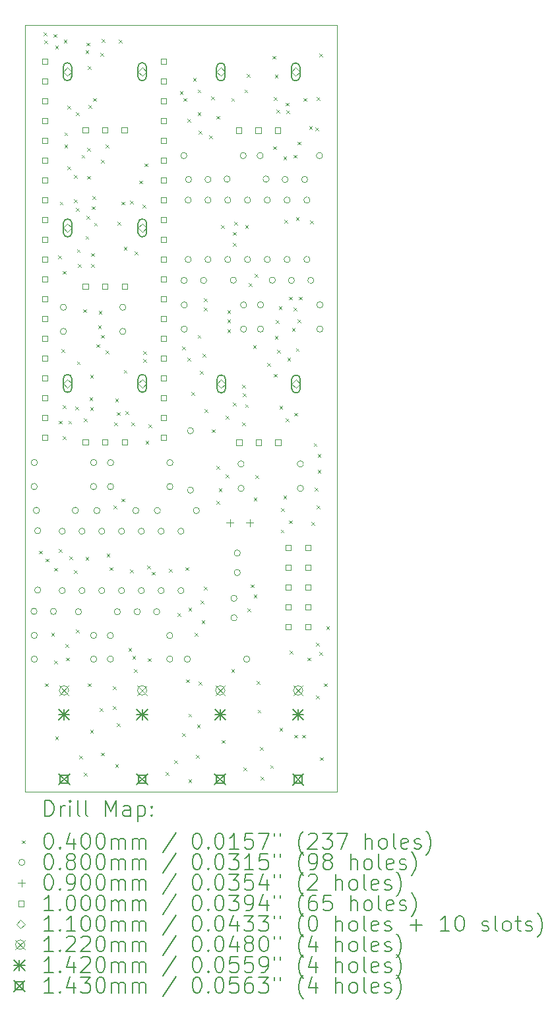
<source format=gbr>
%TF.GenerationSoftware,KiCad,Pcbnew,6.0.9+dfsg-1~bpo11+1*%
%TF.CreationDate,2023-01-13T02:31:36+08:00*%
%TF.ProjectId,MiniVerb - Back,4d696e69-5665-4726-9220-2d204261636b,rev?*%
%TF.SameCoordinates,Original*%
%TF.FileFunction,Drillmap*%
%TF.FilePolarity,Positive*%
%FSLAX45Y45*%
G04 Gerber Fmt 4.5, Leading zero omitted, Abs format (unit mm)*
G04 Created by KiCad (PCBNEW 6.0.9+dfsg-1~bpo11+1) date 2023-01-13 02:31:36*
%MOMM*%
%LPD*%
G01*
G04 APERTURE LIST*
%ADD10C,0.100000*%
%ADD11C,0.200000*%
%ADD12C,0.040000*%
%ADD13C,0.080000*%
%ADD14C,0.090000*%
%ADD15C,0.110000*%
%ADD16C,0.122000*%
%ADD17C,0.142000*%
%ADD18C,0.143000*%
G04 APERTURE END LIST*
D10*
X7497500Y-14840000D02*
X11497500Y-14840000D01*
X7497500Y-5000000D02*
X7497500Y-14840000D01*
X11497500Y-14840000D02*
X11497500Y-5000000D01*
X11497500Y-5000000D02*
X7497500Y-5000000D01*
D11*
D12*
X7670000Y-11750000D02*
X7710000Y-11790000D01*
X7710000Y-11750000D02*
X7670000Y-11790000D01*
X7730000Y-5100000D02*
X7770000Y-5140000D01*
X7770000Y-5100000D02*
X7730000Y-5140000D01*
X7740000Y-5200000D02*
X7780000Y-5240000D01*
X7780000Y-5200000D02*
X7740000Y-5240000D01*
X7750000Y-13450000D02*
X7790000Y-13490000D01*
X7790000Y-13450000D02*
X7750000Y-13490000D01*
X7760000Y-11850000D02*
X7800000Y-11890000D01*
X7800000Y-11850000D02*
X7760000Y-11890000D01*
X7830000Y-12800000D02*
X7870000Y-12840000D01*
X7870000Y-12800000D02*
X7830000Y-12840000D01*
X7860000Y-5120000D02*
X7900000Y-5160000D01*
X7900000Y-5120000D02*
X7860000Y-5160000D01*
X7870000Y-11970000D02*
X7910000Y-12010000D01*
X7910000Y-11970000D02*
X7870000Y-12010000D01*
X7870000Y-13160000D02*
X7910000Y-13200000D01*
X7910000Y-13160000D02*
X7870000Y-13200000D01*
X7880000Y-5270000D02*
X7920000Y-5310000D01*
X7920000Y-5270000D02*
X7880000Y-5310000D01*
X7880000Y-14130000D02*
X7920000Y-14170000D01*
X7920000Y-14130000D02*
X7880000Y-14170000D01*
X7920000Y-7960000D02*
X7960000Y-8000000D01*
X7960000Y-7960000D02*
X7920000Y-8000000D01*
X7930000Y-10080000D02*
X7970000Y-10120000D01*
X7970000Y-10080000D02*
X7930000Y-10120000D01*
X7930000Y-11730000D02*
X7970000Y-11770000D01*
X7970000Y-11730000D02*
X7930000Y-11770000D01*
X7940000Y-7270000D02*
X7980000Y-7310000D01*
X7980000Y-7270000D02*
X7940000Y-7310000D01*
X7960000Y-9160000D02*
X8000000Y-9200000D01*
X8000000Y-9160000D02*
X7960000Y-9200000D01*
X7980000Y-8160000D02*
X8020000Y-8200000D01*
X8020000Y-8160000D02*
X7980000Y-8200000D01*
X7980000Y-9880000D02*
X8020000Y-9920000D01*
X8020000Y-9880000D02*
X7980000Y-9920000D01*
X7980000Y-10280000D02*
X8020000Y-10320000D01*
X8020000Y-10280000D02*
X7980000Y-10320000D01*
X7990000Y-5190000D02*
X8030000Y-5230000D01*
X8030000Y-5190000D02*
X7990000Y-5230000D01*
X8000000Y-6380000D02*
X8040000Y-6420000D01*
X8040000Y-6380000D02*
X8000000Y-6420000D01*
X8000000Y-6540000D02*
X8040000Y-6580000D01*
X8040000Y-6540000D02*
X8000000Y-6580000D01*
X8010000Y-12950000D02*
X8050000Y-12990000D01*
X8050000Y-12950000D02*
X8010000Y-12990000D01*
X8020000Y-13120000D02*
X8060000Y-13160000D01*
X8060000Y-13120000D02*
X8020000Y-13160000D01*
X8040000Y-6040000D02*
X8080000Y-6080000D01*
X8080000Y-6040000D02*
X8040000Y-6080000D01*
X8040000Y-6820000D02*
X8080000Y-6860000D01*
X8080000Y-6820000D02*
X8040000Y-6860000D01*
X8050000Y-10080000D02*
X8090000Y-10120000D01*
X8090000Y-10080000D02*
X8050000Y-10120000D01*
X8060000Y-11820000D02*
X8100000Y-11860000D01*
X8100000Y-11820000D02*
X8060000Y-11860000D01*
X8120000Y-6930000D02*
X8160000Y-6970000D01*
X8160000Y-6930000D02*
X8120000Y-6970000D01*
X8120000Y-7240000D02*
X8160000Y-7280000D01*
X8160000Y-7240000D02*
X8120000Y-7280000D01*
X8120000Y-12000000D02*
X8160000Y-12040000D01*
X8160000Y-12000000D02*
X8120000Y-12040000D01*
X8140000Y-9900000D02*
X8180000Y-9940000D01*
X8180000Y-9900000D02*
X8140000Y-9940000D01*
X8150000Y-6120000D02*
X8190000Y-6160000D01*
X8190000Y-6120000D02*
X8150000Y-6160000D01*
X8150000Y-7350000D02*
X8190000Y-7390000D01*
X8190000Y-7350000D02*
X8150000Y-7390000D01*
X8150000Y-12760000D02*
X8190000Y-12800000D01*
X8190000Y-12760000D02*
X8150000Y-12800000D01*
X8160000Y-7880000D02*
X8200000Y-7920000D01*
X8200000Y-7880000D02*
X8160000Y-7920000D01*
X8160000Y-9320000D02*
X8200000Y-9360000D01*
X8200000Y-9320000D02*
X8160000Y-9360000D01*
X8170000Y-8070000D02*
X8210000Y-8110000D01*
X8210000Y-8070000D02*
X8170000Y-8110000D01*
X8190000Y-14380000D02*
X8230000Y-14420000D01*
X8230000Y-14380000D02*
X8190000Y-14420000D01*
X8220000Y-6670000D02*
X8260000Y-6710000D01*
X8260000Y-6670000D02*
X8220000Y-6710000D01*
X8240000Y-8650000D02*
X8280000Y-8690000D01*
X8280000Y-8650000D02*
X8240000Y-8690000D01*
X8250000Y-10050000D02*
X8290000Y-10090000D01*
X8290000Y-10050000D02*
X8250000Y-10090000D01*
X8250000Y-14600000D02*
X8290000Y-14640000D01*
X8290000Y-14600000D02*
X8250000Y-14640000D01*
X8270000Y-5330000D02*
X8310000Y-5370000D01*
X8310000Y-5330000D02*
X8270000Y-5370000D01*
X8270000Y-7710000D02*
X8310000Y-7750000D01*
X8310000Y-7710000D02*
X8270000Y-7750000D01*
X8270000Y-11830000D02*
X8310000Y-11870000D01*
X8310000Y-11830000D02*
X8270000Y-11870000D01*
X8280000Y-5230000D02*
X8320000Y-5270000D01*
X8320000Y-5230000D02*
X8280000Y-5270000D01*
X8280000Y-7450000D02*
X8320000Y-7490000D01*
X8320000Y-7450000D02*
X8280000Y-7490000D01*
X8290000Y-6580000D02*
X8330000Y-6620000D01*
X8330000Y-6580000D02*
X8290000Y-6620000D01*
X8290000Y-6940000D02*
X8330000Y-6980000D01*
X8330000Y-6940000D02*
X8290000Y-6980000D01*
X8300000Y-5530000D02*
X8340000Y-5570000D01*
X8340000Y-5530000D02*
X8300000Y-5570000D01*
X8300000Y-13450000D02*
X8340000Y-13490000D01*
X8340000Y-13450000D02*
X8300000Y-13490000D01*
X8310000Y-6030000D02*
X8350000Y-6070000D01*
X8350000Y-6030000D02*
X8310000Y-6070000D01*
X8320000Y-9780000D02*
X8360000Y-9820000D01*
X8360000Y-9780000D02*
X8320000Y-9820000D01*
X8330000Y-9490000D02*
X8370000Y-9530000D01*
X8370000Y-9490000D02*
X8330000Y-9530000D01*
X8330000Y-9910000D02*
X8370000Y-9950000D01*
X8370000Y-9910000D02*
X8330000Y-9950000D01*
X8330000Y-14050000D02*
X8370000Y-14090000D01*
X8370000Y-14050000D02*
X8330000Y-14090000D01*
X8340000Y-7930000D02*
X8380000Y-7970000D01*
X8380000Y-7930000D02*
X8340000Y-7970000D01*
X8340000Y-8070000D02*
X8380000Y-8110000D01*
X8380000Y-8070000D02*
X8340000Y-8110000D01*
X8350000Y-7330000D02*
X8390000Y-7370000D01*
X8390000Y-7330000D02*
X8350000Y-7370000D01*
X8360000Y-7200000D02*
X8400000Y-7240000D01*
X8400000Y-7200000D02*
X8360000Y-7240000D01*
X8370000Y-5940000D02*
X8410000Y-5980000D01*
X8410000Y-5940000D02*
X8370000Y-5980000D01*
X8380000Y-7540000D02*
X8420000Y-7580000D01*
X8420000Y-7540000D02*
X8380000Y-7580000D01*
X8410000Y-9100000D02*
X8450000Y-9140000D01*
X8450000Y-9100000D02*
X8410000Y-9140000D01*
X8430000Y-8860000D02*
X8470000Y-8900000D01*
X8470000Y-8860000D02*
X8430000Y-8900000D01*
X8440000Y-8670000D02*
X8480000Y-8710000D01*
X8480000Y-8670000D02*
X8440000Y-8710000D01*
X8450000Y-13770000D02*
X8490000Y-13810000D01*
X8490000Y-13770000D02*
X8450000Y-13810000D01*
X8460000Y-5360000D02*
X8500000Y-5400000D01*
X8500000Y-5360000D02*
X8460000Y-5400000D01*
X8470000Y-6730000D02*
X8510000Y-6770000D01*
X8510000Y-6730000D02*
X8470000Y-6770000D01*
X8470000Y-8980000D02*
X8510000Y-9020000D01*
X8510000Y-8980000D02*
X8470000Y-9020000D01*
X8470000Y-14340000D02*
X8510000Y-14380000D01*
X8510000Y-14340000D02*
X8470000Y-14380000D01*
X8480000Y-5180000D02*
X8520000Y-5220000D01*
X8520000Y-5180000D02*
X8480000Y-5220000D01*
X8530000Y-6540000D02*
X8570000Y-6580000D01*
X8570000Y-6540000D02*
X8530000Y-6580000D01*
X8530000Y-9180000D02*
X8570000Y-9220000D01*
X8570000Y-9180000D02*
X8530000Y-9220000D01*
X8540000Y-11790000D02*
X8580000Y-11830000D01*
X8580000Y-11790000D02*
X8540000Y-11830000D01*
X8580000Y-11960000D02*
X8620000Y-12000000D01*
X8620000Y-11960000D02*
X8580000Y-12000000D01*
X8620000Y-13490000D02*
X8660000Y-13530000D01*
X8660000Y-13490000D02*
X8620000Y-13530000D01*
X8620000Y-13740000D02*
X8660000Y-13780000D01*
X8660000Y-13740000D02*
X8620000Y-13780000D01*
X8630000Y-11170000D02*
X8670000Y-11210000D01*
X8670000Y-11170000D02*
X8630000Y-11210000D01*
X8640000Y-10100000D02*
X8680000Y-10140000D01*
X8680000Y-10100000D02*
X8640000Y-10140000D01*
X8650000Y-9800000D02*
X8690000Y-9840000D01*
X8690000Y-9800000D02*
X8650000Y-9840000D01*
X8650000Y-14490000D02*
X8690000Y-14530000D01*
X8690000Y-14490000D02*
X8650000Y-14530000D01*
X8670000Y-9970000D02*
X8710000Y-10010000D01*
X8710000Y-9970000D02*
X8670000Y-10010000D01*
X8670000Y-13960000D02*
X8710000Y-14000000D01*
X8710000Y-13960000D02*
X8670000Y-14000000D01*
X8680000Y-7530000D02*
X8720000Y-7570000D01*
X8720000Y-7530000D02*
X8680000Y-7570000D01*
X8700000Y-5190000D02*
X8740000Y-5230000D01*
X8740000Y-5190000D02*
X8700000Y-5230000D01*
X8730000Y-7270000D02*
X8770000Y-7310000D01*
X8770000Y-7270000D02*
X8730000Y-7310000D01*
X8730000Y-11080000D02*
X8770000Y-11120000D01*
X8770000Y-11080000D02*
X8730000Y-11120000D01*
X8760000Y-7850000D02*
X8800000Y-7890000D01*
X8800000Y-7850000D02*
X8760000Y-7890000D01*
X8760000Y-9430000D02*
X8800000Y-9470000D01*
X8800000Y-9430000D02*
X8760000Y-9470000D01*
X8780000Y-9960000D02*
X8820000Y-10000000D01*
X8820000Y-9960000D02*
X8780000Y-10000000D01*
X8820000Y-13000000D02*
X8860000Y-13040000D01*
X8860000Y-13000000D02*
X8820000Y-13040000D01*
X8840000Y-7260000D02*
X8880000Y-7300000D01*
X8880000Y-7260000D02*
X8840000Y-7300000D01*
X8840000Y-11990000D02*
X8880000Y-12030000D01*
X8880000Y-11990000D02*
X8840000Y-12030000D01*
X8860000Y-10100000D02*
X8900000Y-10140000D01*
X8900000Y-10100000D02*
X8860000Y-10140000D01*
X8870000Y-13100000D02*
X8910000Y-13140000D01*
X8910000Y-13100000D02*
X8870000Y-13140000D01*
X8890000Y-13270000D02*
X8930000Y-13310000D01*
X8930000Y-13270000D02*
X8890000Y-13310000D01*
X8900000Y-7910000D02*
X8940000Y-7950000D01*
X8940000Y-7910000D02*
X8900000Y-7950000D01*
X8960000Y-7000000D02*
X9000000Y-7040000D01*
X9000000Y-7000000D02*
X8960000Y-7040000D01*
X9000000Y-7310000D02*
X9040000Y-7350000D01*
X9040000Y-7310000D02*
X9000000Y-7350000D01*
X9010000Y-9190000D02*
X9050000Y-9230000D01*
X9050000Y-9190000D02*
X9010000Y-9230000D01*
X9010000Y-9290000D02*
X9050000Y-9330000D01*
X9050000Y-9290000D02*
X9010000Y-9330000D01*
X9030000Y-6780000D02*
X9070000Y-6820000D01*
X9070000Y-6780000D02*
X9030000Y-6820000D01*
X9040000Y-10340000D02*
X9080000Y-10380000D01*
X9080000Y-10340000D02*
X9040000Y-10380000D01*
X9060000Y-11940000D02*
X9100000Y-11980000D01*
X9100000Y-11940000D02*
X9060000Y-11980000D01*
X9070000Y-13130000D02*
X9110000Y-13170000D01*
X9110000Y-13130000D02*
X9070000Y-13170000D01*
X9080000Y-10130000D02*
X9120000Y-10170000D01*
X9120000Y-10130000D02*
X9080000Y-10170000D01*
X9120000Y-12020000D02*
X9160000Y-12060000D01*
X9160000Y-12020000D02*
X9120000Y-12060000D01*
X9300000Y-14590000D02*
X9340000Y-14630000D01*
X9340000Y-14590000D02*
X9300000Y-14630000D01*
X9340000Y-11980000D02*
X9380000Y-12020000D01*
X9380000Y-11980000D02*
X9340000Y-12020000D01*
X9410000Y-14440000D02*
X9450000Y-14480000D01*
X9450000Y-14440000D02*
X9410000Y-14480000D01*
X9450000Y-12550000D02*
X9490000Y-12590000D01*
X9490000Y-12550000D02*
X9450000Y-12590000D01*
X9480000Y-5850000D02*
X9520000Y-5890000D01*
X9520000Y-5850000D02*
X9480000Y-5890000D01*
X9510000Y-9130000D02*
X9550000Y-9170000D01*
X9550000Y-9130000D02*
X9510000Y-9170000D01*
X9510000Y-14090000D02*
X9550000Y-14130000D01*
X9550000Y-14090000D02*
X9510000Y-14130000D01*
X9530000Y-5940000D02*
X9570000Y-5980000D01*
X9570000Y-5940000D02*
X9530000Y-5980000D01*
X9550000Y-11960000D02*
X9590000Y-12000000D01*
X9590000Y-11960000D02*
X9550000Y-12000000D01*
X9560000Y-13400000D02*
X9600000Y-13440000D01*
X9600000Y-13400000D02*
X9560000Y-13440000D01*
X9580000Y-6210000D02*
X9620000Y-6250000D01*
X9620000Y-6210000D02*
X9580000Y-6250000D01*
X9580000Y-9270000D02*
X9620000Y-9310000D01*
X9620000Y-9270000D02*
X9580000Y-9310000D01*
X9590000Y-12480000D02*
X9630000Y-12520000D01*
X9630000Y-12480000D02*
X9590000Y-12520000D01*
X9590000Y-13840000D02*
X9630000Y-13880000D01*
X9630000Y-13840000D02*
X9590000Y-13880000D01*
X9590000Y-14680000D02*
X9630000Y-14720000D01*
X9630000Y-14680000D02*
X9590000Y-14720000D01*
X9630000Y-9710000D02*
X9670000Y-9750000D01*
X9670000Y-9710000D02*
X9630000Y-9750000D01*
X9650000Y-5680000D02*
X9690000Y-5720000D01*
X9690000Y-5680000D02*
X9650000Y-5720000D01*
X9670000Y-12800000D02*
X9710000Y-12840000D01*
X9710000Y-12800000D02*
X9670000Y-12840000D01*
X9690000Y-14370000D02*
X9730000Y-14410000D01*
X9730000Y-14370000D02*
X9690000Y-14410000D01*
X9700000Y-13980000D02*
X9740000Y-14020000D01*
X9740000Y-13980000D02*
X9700000Y-14020000D01*
X9710000Y-5830000D02*
X9750000Y-5870000D01*
X9750000Y-5830000D02*
X9710000Y-5870000D01*
X9710000Y-6120000D02*
X9750000Y-6160000D01*
X9750000Y-6120000D02*
X9710000Y-6160000D01*
X9710000Y-8980000D02*
X9750000Y-9020000D01*
X9750000Y-8980000D02*
X9710000Y-9020000D01*
X9720000Y-6360000D02*
X9760000Y-6400000D01*
X9760000Y-6360000D02*
X9720000Y-6400000D01*
X9720000Y-13430000D02*
X9760000Y-13470000D01*
X9760000Y-13430000D02*
X9720000Y-13470000D01*
X9740000Y-9440000D02*
X9780000Y-9480000D01*
X9780000Y-9440000D02*
X9740000Y-9480000D01*
X9750000Y-12390000D02*
X9790000Y-12430000D01*
X9790000Y-12390000D02*
X9750000Y-12430000D01*
X9760000Y-12640000D02*
X9800000Y-12680000D01*
X9800000Y-12640000D02*
X9760000Y-12680000D01*
X9770000Y-9220000D02*
X9810000Y-9260000D01*
X9810000Y-9220000D02*
X9770000Y-9260000D01*
X9790000Y-8510000D02*
X9830000Y-8550000D01*
X9830000Y-8510000D02*
X9790000Y-8550000D01*
X9790000Y-8630000D02*
X9830000Y-8670000D01*
X9830000Y-8630000D02*
X9790000Y-8670000D01*
X9790000Y-12210000D02*
X9830000Y-12250000D01*
X9830000Y-12210000D02*
X9790000Y-12250000D01*
X9800000Y-9930000D02*
X9840000Y-9970000D01*
X9840000Y-9930000D02*
X9800000Y-9970000D01*
X9860000Y-6420000D02*
X9900000Y-6460000D01*
X9900000Y-6420000D02*
X9860000Y-6460000D01*
X9880000Y-5920000D02*
X9920000Y-5960000D01*
X9920000Y-5920000D02*
X9880000Y-5960000D01*
X9890000Y-10190000D02*
X9930000Y-10230000D01*
X9930000Y-10190000D02*
X9890000Y-10230000D01*
X9950000Y-6170000D02*
X9990000Y-6210000D01*
X9990000Y-6170000D02*
X9950000Y-6210000D01*
X9950000Y-10660000D02*
X9990000Y-10700000D01*
X9990000Y-10660000D02*
X9950000Y-10700000D01*
X9950000Y-11110000D02*
X9990000Y-11150000D01*
X9990000Y-11110000D02*
X9950000Y-11150000D01*
X9980000Y-10950000D02*
X10020000Y-10990000D01*
X10020000Y-10950000D02*
X9980000Y-10990000D01*
X10010000Y-7570000D02*
X10050000Y-7610000D01*
X10050000Y-7570000D02*
X10010000Y-7610000D01*
X10020000Y-14180000D02*
X10060000Y-14220000D01*
X10060000Y-14180000D02*
X10020000Y-14220000D01*
X10070000Y-10020000D02*
X10110000Y-10060000D01*
X10110000Y-10020000D02*
X10070000Y-10060000D01*
X10070000Y-10770000D02*
X10110000Y-10810000D01*
X10110000Y-10770000D02*
X10070000Y-10810000D01*
X10090000Y-8660000D02*
X10130000Y-8700000D01*
X10130000Y-8660000D02*
X10090000Y-8700000D01*
X10090000Y-8780000D02*
X10130000Y-8820000D01*
X10130000Y-8780000D02*
X10090000Y-8820000D01*
X10090000Y-8910000D02*
X10130000Y-8950000D01*
X10130000Y-8910000D02*
X10090000Y-8950000D01*
X10140000Y-5940000D02*
X10180000Y-5980000D01*
X10180000Y-5940000D02*
X10140000Y-5980000D01*
X10140000Y-13270000D02*
X10180000Y-13310000D01*
X10180000Y-13270000D02*
X10140000Y-13310000D01*
X10160000Y-7660000D02*
X10200000Y-7700000D01*
X10200000Y-7660000D02*
X10160000Y-7700000D01*
X10160000Y-7800000D02*
X10200000Y-7840000D01*
X10200000Y-7800000D02*
X10160000Y-7840000D01*
X10160000Y-9850000D02*
X10200000Y-9890000D01*
X10200000Y-9850000D02*
X10160000Y-9890000D01*
X10180000Y-7530000D02*
X10220000Y-7570000D01*
X10220000Y-7530000D02*
X10180000Y-7570000D01*
X10280000Y-9620000D02*
X10320000Y-9660000D01*
X10320000Y-9620000D02*
X10280000Y-9660000D01*
X10280000Y-10100000D02*
X10320000Y-10140000D01*
X10320000Y-10100000D02*
X10280000Y-10140000D01*
X10290000Y-9730000D02*
X10330000Y-9770000D01*
X10330000Y-9730000D02*
X10290000Y-9770000D01*
X10300000Y-14530000D02*
X10340000Y-14570000D01*
X10340000Y-14530000D02*
X10300000Y-14570000D01*
X10310000Y-5830000D02*
X10350000Y-5870000D01*
X10350000Y-5830000D02*
X10310000Y-5870000D01*
X10320000Y-7570000D02*
X10360000Y-7610000D01*
X10360000Y-7570000D02*
X10320000Y-7610000D01*
X10320000Y-9870000D02*
X10360000Y-9910000D01*
X10360000Y-9870000D02*
X10320000Y-9910000D01*
X10340000Y-5630000D02*
X10380000Y-5670000D01*
X10380000Y-5630000D02*
X10340000Y-5670000D01*
X10350000Y-12490000D02*
X10390000Y-12530000D01*
X10390000Y-12490000D02*
X10350000Y-12530000D01*
X10367811Y-8312756D02*
X10407811Y-8352756D01*
X10407811Y-8312756D02*
X10367811Y-8352756D01*
X10390000Y-12180000D02*
X10430000Y-12220000D01*
X10430000Y-12180000D02*
X10390000Y-12220000D01*
X10420000Y-9110000D02*
X10460000Y-9150000D01*
X10460000Y-9110000D02*
X10420000Y-9150000D01*
X10430000Y-11070000D02*
X10470000Y-11110000D01*
X10470000Y-11070000D02*
X10430000Y-11110000D01*
X10430000Y-12310000D02*
X10470000Y-12350000D01*
X10470000Y-12310000D02*
X10430000Y-12350000D01*
X10440000Y-8200000D02*
X10480000Y-8240000D01*
X10480000Y-8200000D02*
X10440000Y-8240000D01*
X10450000Y-10780000D02*
X10490000Y-10820000D01*
X10490000Y-10780000D02*
X10450000Y-10820000D01*
X10470000Y-13420000D02*
X10510000Y-13460000D01*
X10510000Y-13420000D02*
X10470000Y-13460000D01*
X10480000Y-13790000D02*
X10520000Y-13830000D01*
X10520000Y-13790000D02*
X10480000Y-13830000D01*
X10510000Y-14270000D02*
X10550000Y-14310000D01*
X10550000Y-14270000D02*
X10510000Y-14310000D01*
X10520000Y-14650000D02*
X10560000Y-14690000D01*
X10560000Y-14650000D02*
X10520000Y-14690000D01*
X10600000Y-9340000D02*
X10640000Y-9380000D01*
X10640000Y-9340000D02*
X10600000Y-9380000D01*
X10640000Y-14500000D02*
X10680000Y-14540000D01*
X10680000Y-14500000D02*
X10640000Y-14540000D01*
X10670000Y-5400000D02*
X10710000Y-5440000D01*
X10710000Y-5400000D02*
X10670000Y-5440000D01*
X10680000Y-6560000D02*
X10720000Y-6600000D01*
X10720000Y-6560000D02*
X10680000Y-6600000D01*
X10690000Y-5930000D02*
X10730000Y-5970000D01*
X10730000Y-5930000D02*
X10690000Y-5970000D01*
X10690000Y-9480000D02*
X10730000Y-9520000D01*
X10730000Y-9480000D02*
X10690000Y-9520000D01*
X10700000Y-5640000D02*
X10740000Y-5680000D01*
X10740000Y-5640000D02*
X10700000Y-5680000D01*
X10700000Y-8990000D02*
X10740000Y-9030000D01*
X10740000Y-8990000D02*
X10700000Y-9030000D01*
X10710000Y-8790000D02*
X10750000Y-8830000D01*
X10750000Y-8790000D02*
X10710000Y-8830000D01*
X10720000Y-6090000D02*
X10760000Y-6130000D01*
X10760000Y-6090000D02*
X10720000Y-6130000D01*
X10730000Y-9170000D02*
X10770000Y-9210000D01*
X10770000Y-9170000D02*
X10730000Y-9210000D01*
X10750000Y-8610000D02*
X10790000Y-8650000D01*
X10790000Y-8610000D02*
X10750000Y-8650000D01*
X10760000Y-9890000D02*
X10800000Y-9930000D01*
X10800000Y-9890000D02*
X10760000Y-9930000D01*
X10760000Y-14020000D02*
X10800000Y-14060000D01*
X10800000Y-14020000D02*
X10760000Y-14060000D01*
X10776007Y-11478677D02*
X10816007Y-11518677D01*
X10816007Y-11478677D02*
X10776007Y-11518677D01*
X10780000Y-11200000D02*
X10820000Y-11240000D01*
X10820000Y-11200000D02*
X10780000Y-11240000D01*
X10810000Y-6690000D02*
X10850000Y-6730000D01*
X10850000Y-6690000D02*
X10810000Y-6730000D01*
X10810000Y-11040000D02*
X10850000Y-11080000D01*
X10850000Y-11040000D02*
X10810000Y-11080000D01*
X10820000Y-7500000D02*
X10860000Y-7540000D01*
X10860000Y-7500000D02*
X10820000Y-7540000D01*
X10840000Y-6000000D02*
X10880000Y-6040000D01*
X10880000Y-6000000D02*
X10840000Y-6040000D01*
X10840000Y-10050000D02*
X10880000Y-10090000D01*
X10880000Y-10050000D02*
X10840000Y-10090000D01*
X10850000Y-6100000D02*
X10890000Y-6140000D01*
X10890000Y-6100000D02*
X10850000Y-6140000D01*
X10860000Y-9270000D02*
X10900000Y-9310000D01*
X10900000Y-9270000D02*
X10860000Y-9310000D01*
X10880000Y-8490000D02*
X10920000Y-8530000D01*
X10920000Y-8490000D02*
X10880000Y-8530000D01*
X10880000Y-11360000D02*
X10920000Y-11400000D01*
X10920000Y-11360000D02*
X10880000Y-11400000D01*
X10890000Y-13030000D02*
X10930000Y-13070000D01*
X10930000Y-13030000D02*
X10890000Y-13070000D01*
X10920000Y-8890000D02*
X10960000Y-8930000D01*
X10960000Y-8890000D02*
X10920000Y-8930000D01*
X10940000Y-6670000D02*
X10980000Y-6710000D01*
X10980000Y-6670000D02*
X10940000Y-6710000D01*
X10940000Y-8630000D02*
X10980000Y-8670000D01*
X10980000Y-8630000D02*
X10940000Y-8670000D01*
X10950000Y-9980000D02*
X10990000Y-10020000D01*
X10990000Y-9980000D02*
X10950000Y-10020000D01*
X10950000Y-14110000D02*
X10990000Y-14150000D01*
X10990000Y-14110000D02*
X10950000Y-14150000D01*
X10970000Y-7470000D02*
X11010000Y-7510000D01*
X11010000Y-7470000D02*
X10970000Y-7510000D01*
X10970000Y-9150000D02*
X11010000Y-9190000D01*
X11010000Y-9150000D02*
X10970000Y-9190000D01*
X10990000Y-6500000D02*
X11030000Y-6540000D01*
X11030000Y-6500000D02*
X10990000Y-6540000D01*
X10990000Y-8780000D02*
X11030000Y-8820000D01*
X11030000Y-8780000D02*
X10990000Y-8820000D01*
X11010000Y-8490000D02*
X11050000Y-8530000D01*
X11050000Y-8490000D02*
X11010000Y-8530000D01*
X11050000Y-14110000D02*
X11090000Y-14150000D01*
X11090000Y-14110000D02*
X11050000Y-14150000D01*
X11070000Y-5940000D02*
X11110000Y-5980000D01*
X11110000Y-5940000D02*
X11070000Y-5980000D01*
X11120000Y-13120000D02*
X11160000Y-13160000D01*
X11160000Y-13120000D02*
X11120000Y-13160000D01*
X11140000Y-6300000D02*
X11180000Y-6340000D01*
X11180000Y-6300000D02*
X11140000Y-6340000D01*
X11150000Y-7510000D02*
X11190000Y-7550000D01*
X11190000Y-7510000D02*
X11150000Y-7550000D01*
X11170000Y-11380000D02*
X11210000Y-11420000D01*
X11210000Y-11380000D02*
X11170000Y-11420000D01*
X11200000Y-10370000D02*
X11240000Y-10410000D01*
X11240000Y-10370000D02*
X11200000Y-10410000D01*
X11210000Y-10940000D02*
X11250000Y-10980000D01*
X11250000Y-10940000D02*
X11210000Y-10980000D01*
X11220000Y-6320000D02*
X11260000Y-6360000D01*
X11260000Y-6320000D02*
X11220000Y-6360000D01*
X11230000Y-12930000D02*
X11270000Y-12970000D01*
X11270000Y-12930000D02*
X11230000Y-12970000D01*
X11230000Y-13610000D02*
X11270000Y-13650000D01*
X11270000Y-13610000D02*
X11230000Y-13650000D01*
X11240000Y-5930000D02*
X11280000Y-5970000D01*
X11280000Y-5930000D02*
X11240000Y-5970000D01*
X11240000Y-11170000D02*
X11280000Y-11210000D01*
X11280000Y-11170000D02*
X11240000Y-11210000D01*
X11250000Y-10510000D02*
X11290000Y-10550000D01*
X11290000Y-10510000D02*
X11250000Y-10550000D01*
X11250000Y-10710000D02*
X11290000Y-10750000D01*
X11290000Y-10710000D02*
X11250000Y-10750000D01*
X11270000Y-5370000D02*
X11310000Y-5410000D01*
X11310000Y-5370000D02*
X11270000Y-5410000D01*
X11270000Y-13050000D02*
X11310000Y-13090000D01*
X11310000Y-13050000D02*
X11270000Y-13090000D01*
X11280000Y-14400000D02*
X11320000Y-14440000D01*
X11320000Y-14400000D02*
X11280000Y-14440000D01*
X11330000Y-13450000D02*
X11370000Y-13490000D01*
X11370000Y-13450000D02*
X11330000Y-13490000D01*
X11360000Y-12720000D02*
X11400000Y-12760000D01*
X11400000Y-12720000D02*
X11360000Y-12760000D01*
D13*
X7648609Y-12527490D02*
G75*
G03*
X7648609Y-12527490I-40000J0D01*
G01*
X7651500Y-10926000D02*
G75*
G03*
X7651500Y-10926000I-40000J0D01*
G01*
X7651609Y-12834990D02*
G75*
G03*
X7651609Y-12834990I-40000J0D01*
G01*
X7652500Y-10618000D02*
G75*
G03*
X7652500Y-10618000I-40000J0D01*
G01*
X7652609Y-13139990D02*
G75*
G03*
X7652609Y-13139990I-40000J0D01*
G01*
X7679500Y-11232000D02*
G75*
G03*
X7679500Y-11232000I-40000J0D01*
G01*
X7696109Y-11492490D02*
G75*
G03*
X7696109Y-11492490I-40000J0D01*
G01*
X7696109Y-12254490D02*
G75*
G03*
X7696109Y-12254490I-40000J0D01*
G01*
X7898609Y-12527490D02*
G75*
G03*
X7898609Y-12527490I-40000J0D01*
G01*
X8011109Y-11498490D02*
G75*
G03*
X8011109Y-11498490I-40000J0D01*
G01*
X8011109Y-12260490D02*
G75*
G03*
X8011109Y-12260490I-40000J0D01*
G01*
X8026500Y-8625000D02*
G75*
G03*
X8026500Y-8625000I-40000J0D01*
G01*
X8026500Y-8935000D02*
G75*
G03*
X8026500Y-8935000I-40000J0D01*
G01*
X8179500Y-11232000D02*
G75*
G03*
X8179500Y-11232000I-40000J0D01*
G01*
X8218609Y-12532490D02*
G75*
G03*
X8218609Y-12532490I-40000J0D01*
G01*
X8265109Y-11498490D02*
G75*
G03*
X8265109Y-11498490I-40000J0D01*
G01*
X8265109Y-12260490D02*
G75*
G03*
X8265109Y-12260490I-40000J0D01*
G01*
X8413500Y-10926000D02*
G75*
G03*
X8413500Y-10926000I-40000J0D01*
G01*
X8413609Y-12834990D02*
G75*
G03*
X8413609Y-12834990I-40000J0D01*
G01*
X8414500Y-10618000D02*
G75*
G03*
X8414500Y-10618000I-40000J0D01*
G01*
X8414609Y-13139990D02*
G75*
G03*
X8414609Y-13139990I-40000J0D01*
G01*
X8455500Y-11234000D02*
G75*
G03*
X8455500Y-11234000I-40000J0D01*
G01*
X8519109Y-11498490D02*
G75*
G03*
X8519109Y-11498490I-40000J0D01*
G01*
X8519109Y-12260490D02*
G75*
G03*
X8519109Y-12260490I-40000J0D01*
G01*
X8629109Y-12837490D02*
G75*
G03*
X8629109Y-12837490I-40000J0D01*
G01*
X8630109Y-13139990D02*
G75*
G03*
X8630109Y-13139990I-40000J0D01*
G01*
X8631500Y-10620000D02*
G75*
G03*
X8631500Y-10620000I-40000J0D01*
G01*
X8631500Y-10927000D02*
G75*
G03*
X8631500Y-10927000I-40000J0D01*
G01*
X8718609Y-12532490D02*
G75*
G03*
X8718609Y-12532490I-40000J0D01*
G01*
X8773109Y-11498490D02*
G75*
G03*
X8773109Y-11498490I-40000J0D01*
G01*
X8773109Y-12260490D02*
G75*
G03*
X8773109Y-12260490I-40000J0D01*
G01*
X8788500Y-8625000D02*
G75*
G03*
X8788500Y-8625000I-40000J0D01*
G01*
X8788500Y-8935000D02*
G75*
G03*
X8788500Y-8935000I-40000J0D01*
G01*
X8955500Y-11234000D02*
G75*
G03*
X8955500Y-11234000I-40000J0D01*
G01*
X8973609Y-12532490D02*
G75*
G03*
X8973609Y-12532490I-40000J0D01*
G01*
X9027109Y-11498490D02*
G75*
G03*
X9027109Y-11498490I-40000J0D01*
G01*
X9027109Y-12260490D02*
G75*
G03*
X9027109Y-12260490I-40000J0D01*
G01*
X9223609Y-12532490D02*
G75*
G03*
X9223609Y-12532490I-40000J0D01*
G01*
X9232500Y-11233000D02*
G75*
G03*
X9232500Y-11233000I-40000J0D01*
G01*
X9281109Y-11498490D02*
G75*
G03*
X9281109Y-11498490I-40000J0D01*
G01*
X9281109Y-12260490D02*
G75*
G03*
X9281109Y-12260490I-40000J0D01*
G01*
X9391109Y-12837490D02*
G75*
G03*
X9391109Y-12837490I-40000J0D01*
G01*
X9392109Y-13139990D02*
G75*
G03*
X9392109Y-13139990I-40000J0D01*
G01*
X9393500Y-10620000D02*
G75*
G03*
X9393500Y-10620000I-40000J0D01*
G01*
X9393500Y-10927000D02*
G75*
G03*
X9393500Y-10927000I-40000J0D01*
G01*
X9535109Y-11498490D02*
G75*
G03*
X9535109Y-11498490I-40000J0D01*
G01*
X9535109Y-12260490D02*
G75*
G03*
X9535109Y-12260490I-40000J0D01*
G01*
X9572500Y-6679500D02*
G75*
G03*
X9572500Y-6679500I-40000J0D01*
G01*
X9575500Y-8281000D02*
G75*
G03*
X9575500Y-8281000I-40000J0D01*
G01*
X9576500Y-8905000D02*
G75*
G03*
X9576500Y-8905000I-40000J0D01*
G01*
X9577500Y-8595000D02*
G75*
G03*
X9577500Y-8595000I-40000J0D01*
G01*
X9616500Y-13140000D02*
G75*
G03*
X9616500Y-13140000I-40000J0D01*
G01*
X9627500Y-7250000D02*
G75*
G03*
X9627500Y-7250000I-40000J0D01*
G01*
X9627500Y-8012000D02*
G75*
G03*
X9627500Y-8012000I-40000J0D01*
G01*
X9632500Y-6985000D02*
G75*
G03*
X9632500Y-6985000I-40000J0D01*
G01*
X9657500Y-10209000D02*
G75*
G03*
X9657500Y-10209000I-40000J0D01*
G01*
X9657500Y-10971000D02*
G75*
G03*
X9657500Y-10971000I-40000J0D01*
G01*
X9732500Y-11233000D02*
G75*
G03*
X9732500Y-11233000I-40000J0D01*
G01*
X9825500Y-8281000D02*
G75*
G03*
X9825500Y-8281000I-40000J0D01*
G01*
X9881500Y-7250000D02*
G75*
G03*
X9881500Y-7250000I-40000J0D01*
G01*
X9881500Y-8012000D02*
G75*
G03*
X9881500Y-8012000I-40000J0D01*
G01*
X9882500Y-6985000D02*
G75*
G03*
X9882500Y-6985000I-40000J0D01*
G01*
X10127500Y-6980000D02*
G75*
G03*
X10127500Y-6980000I-40000J0D01*
G01*
X10135500Y-7250000D02*
G75*
G03*
X10135500Y-7250000I-40000J0D01*
G01*
X10135500Y-8012000D02*
G75*
G03*
X10135500Y-8012000I-40000J0D01*
G01*
X10207500Y-8278000D02*
G75*
G03*
X10207500Y-8278000I-40000J0D01*
G01*
X10215900Y-12360000D02*
G75*
G03*
X10215900Y-12360000I-40000J0D01*
G01*
X10215900Y-12610000D02*
G75*
G03*
X10215900Y-12610000I-40000J0D01*
G01*
X10257500Y-11779489D02*
G75*
G03*
X10257500Y-11779489I-40000J0D01*
G01*
X10257500Y-12029489D02*
G75*
G03*
X10257500Y-12029489I-40000J0D01*
G01*
X10306500Y-10635000D02*
G75*
G03*
X10306500Y-10635000I-40000J0D01*
G01*
X10306500Y-10950000D02*
G75*
G03*
X10306500Y-10950000I-40000J0D01*
G01*
X10334500Y-6679500D02*
G75*
G03*
X10334500Y-6679500I-40000J0D01*
G01*
X10338500Y-8905000D02*
G75*
G03*
X10338500Y-8905000I-40000J0D01*
G01*
X10339500Y-8595000D02*
G75*
G03*
X10339500Y-8595000I-40000J0D01*
G01*
X10378500Y-13140000D02*
G75*
G03*
X10378500Y-13140000I-40000J0D01*
G01*
X10389500Y-7250000D02*
G75*
G03*
X10389500Y-7250000I-40000J0D01*
G01*
X10389500Y-8012000D02*
G75*
G03*
X10389500Y-8012000I-40000J0D01*
G01*
X10551500Y-6679500D02*
G75*
G03*
X10551500Y-6679500I-40000J0D01*
G01*
X10556500Y-8595000D02*
G75*
G03*
X10556500Y-8595000I-40000J0D01*
G01*
X10556500Y-8905000D02*
G75*
G03*
X10556500Y-8905000I-40000J0D01*
G01*
X10627500Y-6980000D02*
G75*
G03*
X10627500Y-6980000I-40000J0D01*
G01*
X10643500Y-7250000D02*
G75*
G03*
X10643500Y-7250000I-40000J0D01*
G01*
X10643500Y-8012000D02*
G75*
G03*
X10643500Y-8012000I-40000J0D01*
G01*
X10707500Y-8278000D02*
G75*
G03*
X10707500Y-8278000I-40000J0D01*
G01*
X10872500Y-6985000D02*
G75*
G03*
X10872500Y-6985000I-40000J0D01*
G01*
X10897500Y-7250000D02*
G75*
G03*
X10897500Y-7250000I-40000J0D01*
G01*
X10897500Y-8012000D02*
G75*
G03*
X10897500Y-8012000I-40000J0D01*
G01*
X10952500Y-8280000D02*
G75*
G03*
X10952500Y-8280000I-40000J0D01*
G01*
X11068500Y-10635000D02*
G75*
G03*
X11068500Y-10635000I-40000J0D01*
G01*
X11068500Y-10950000D02*
G75*
G03*
X11068500Y-10950000I-40000J0D01*
G01*
X11122500Y-6985000D02*
G75*
G03*
X11122500Y-6985000I-40000J0D01*
G01*
X11151500Y-7250000D02*
G75*
G03*
X11151500Y-7250000I-40000J0D01*
G01*
X11151500Y-8012000D02*
G75*
G03*
X11151500Y-8012000I-40000J0D01*
G01*
X11202500Y-8280000D02*
G75*
G03*
X11202500Y-8280000I-40000J0D01*
G01*
X11313500Y-6679500D02*
G75*
G03*
X11313500Y-6679500I-40000J0D01*
G01*
X11318500Y-8595000D02*
G75*
G03*
X11318500Y-8595000I-40000J0D01*
G01*
X11318500Y-8905000D02*
G75*
G03*
X11318500Y-8905000I-40000J0D01*
G01*
D14*
X10123500Y-11345000D02*
X10123500Y-11435000D01*
X10078500Y-11390000D02*
X10168500Y-11390000D01*
X10377500Y-11345000D02*
X10377500Y-11435000D01*
X10332500Y-11390000D02*
X10422500Y-11390000D01*
D10*
X7781606Y-5505356D02*
X7781606Y-5434644D01*
X7710894Y-5434644D01*
X7710894Y-5505356D01*
X7781606Y-5505356D01*
X7781606Y-5759356D02*
X7781606Y-5688644D01*
X7710894Y-5688644D01*
X7710894Y-5759356D01*
X7781606Y-5759356D01*
X7781606Y-6013356D02*
X7781606Y-5942644D01*
X7710894Y-5942644D01*
X7710894Y-6013356D01*
X7781606Y-6013356D01*
X7781606Y-6267356D02*
X7781606Y-6196644D01*
X7710894Y-6196644D01*
X7710894Y-6267356D01*
X7781606Y-6267356D01*
X7781606Y-6521356D02*
X7781606Y-6450644D01*
X7710894Y-6450644D01*
X7710894Y-6521356D01*
X7781606Y-6521356D01*
X7781606Y-6775356D02*
X7781606Y-6704644D01*
X7710894Y-6704644D01*
X7710894Y-6775356D01*
X7781606Y-6775356D01*
X7781606Y-7029356D02*
X7781606Y-6958644D01*
X7710894Y-6958644D01*
X7710894Y-7029356D01*
X7781606Y-7029356D01*
X7781606Y-7283356D02*
X7781606Y-7212644D01*
X7710894Y-7212644D01*
X7710894Y-7283356D01*
X7781606Y-7283356D01*
X7781606Y-7537356D02*
X7781606Y-7466644D01*
X7710894Y-7466644D01*
X7710894Y-7537356D01*
X7781606Y-7537356D01*
X7781606Y-7791356D02*
X7781606Y-7720644D01*
X7710894Y-7720644D01*
X7710894Y-7791356D01*
X7781606Y-7791356D01*
X7781606Y-8045356D02*
X7781606Y-7974644D01*
X7710894Y-7974644D01*
X7710894Y-8045356D01*
X7781606Y-8045356D01*
X7781606Y-8299356D02*
X7781606Y-8228644D01*
X7710894Y-8228644D01*
X7710894Y-8299356D01*
X7781606Y-8299356D01*
X7781606Y-8553356D02*
X7781606Y-8482644D01*
X7710894Y-8482644D01*
X7710894Y-8553356D01*
X7781606Y-8553356D01*
X7781606Y-8807356D02*
X7781606Y-8736644D01*
X7710894Y-8736644D01*
X7710894Y-8807356D01*
X7781606Y-8807356D01*
X7781606Y-9061356D02*
X7781606Y-8990644D01*
X7710894Y-8990644D01*
X7710894Y-9061356D01*
X7781606Y-9061356D01*
X7781606Y-9315356D02*
X7781606Y-9244644D01*
X7710894Y-9244644D01*
X7710894Y-9315356D01*
X7781606Y-9315356D01*
X7781606Y-9569356D02*
X7781606Y-9498644D01*
X7710894Y-9498644D01*
X7710894Y-9569356D01*
X7781606Y-9569356D01*
X7781606Y-9823356D02*
X7781606Y-9752644D01*
X7710894Y-9752644D01*
X7710894Y-9823356D01*
X7781606Y-9823356D01*
X7781606Y-10077356D02*
X7781606Y-10006644D01*
X7710894Y-10006644D01*
X7710894Y-10077356D01*
X7781606Y-10077356D01*
X7781606Y-10331356D02*
X7781606Y-10260644D01*
X7710894Y-10260644D01*
X7710894Y-10331356D01*
X7781606Y-10331356D01*
X8302856Y-6387856D02*
X8302856Y-6317144D01*
X8232144Y-6317144D01*
X8232144Y-6387856D01*
X8302856Y-6387856D01*
X8305356Y-8392856D02*
X8305356Y-8322144D01*
X8234644Y-8322144D01*
X8234644Y-8392856D01*
X8305356Y-8392856D01*
X8305356Y-10387856D02*
X8305356Y-10317144D01*
X8234644Y-10317144D01*
X8234644Y-10387856D01*
X8305356Y-10387856D01*
X8552856Y-6387856D02*
X8552856Y-6317144D01*
X8482144Y-6317144D01*
X8482144Y-6387856D01*
X8552856Y-6387856D01*
X8555356Y-8392856D02*
X8555356Y-8322144D01*
X8484644Y-8322144D01*
X8484644Y-8392856D01*
X8555356Y-8392856D01*
X8555356Y-10387856D02*
X8555356Y-10317144D01*
X8484644Y-10317144D01*
X8484644Y-10387856D01*
X8555356Y-10387856D01*
X8802856Y-6387856D02*
X8802856Y-6317144D01*
X8732144Y-6317144D01*
X8732144Y-6387856D01*
X8802856Y-6387856D01*
X8805356Y-8392856D02*
X8805356Y-8322144D01*
X8734644Y-8322144D01*
X8734644Y-8392856D01*
X8805356Y-8392856D01*
X8805356Y-10387856D02*
X8805356Y-10317144D01*
X8734644Y-10317144D01*
X8734644Y-10387856D01*
X8805356Y-10387856D01*
X9305606Y-5505356D02*
X9305606Y-5434644D01*
X9234894Y-5434644D01*
X9234894Y-5505356D01*
X9305606Y-5505356D01*
X9305606Y-5759356D02*
X9305606Y-5688644D01*
X9234894Y-5688644D01*
X9234894Y-5759356D01*
X9305606Y-5759356D01*
X9305606Y-6013356D02*
X9305606Y-5942644D01*
X9234894Y-5942644D01*
X9234894Y-6013356D01*
X9305606Y-6013356D01*
X9305606Y-6267356D02*
X9305606Y-6196644D01*
X9234894Y-6196644D01*
X9234894Y-6267356D01*
X9305606Y-6267356D01*
X9305606Y-6521356D02*
X9305606Y-6450644D01*
X9234894Y-6450644D01*
X9234894Y-6521356D01*
X9305606Y-6521356D01*
X9305606Y-6775356D02*
X9305606Y-6704644D01*
X9234894Y-6704644D01*
X9234894Y-6775356D01*
X9305606Y-6775356D01*
X9305606Y-7029356D02*
X9305606Y-6958644D01*
X9234894Y-6958644D01*
X9234894Y-7029356D01*
X9305606Y-7029356D01*
X9305606Y-7283356D02*
X9305606Y-7212644D01*
X9234894Y-7212644D01*
X9234894Y-7283356D01*
X9305606Y-7283356D01*
X9305606Y-7537356D02*
X9305606Y-7466644D01*
X9234894Y-7466644D01*
X9234894Y-7537356D01*
X9305606Y-7537356D01*
X9305606Y-7791356D02*
X9305606Y-7720644D01*
X9234894Y-7720644D01*
X9234894Y-7791356D01*
X9305606Y-7791356D01*
X9305606Y-8045356D02*
X9305606Y-7974644D01*
X9234894Y-7974644D01*
X9234894Y-8045356D01*
X9305606Y-8045356D01*
X9305606Y-8299356D02*
X9305606Y-8228644D01*
X9234894Y-8228644D01*
X9234894Y-8299356D01*
X9305606Y-8299356D01*
X9305606Y-8553356D02*
X9305606Y-8482644D01*
X9234894Y-8482644D01*
X9234894Y-8553356D01*
X9305606Y-8553356D01*
X9305606Y-8807356D02*
X9305606Y-8736644D01*
X9234894Y-8736644D01*
X9234894Y-8807356D01*
X9305606Y-8807356D01*
X9305606Y-9061356D02*
X9305606Y-8990644D01*
X9234894Y-8990644D01*
X9234894Y-9061356D01*
X9305606Y-9061356D01*
X9305606Y-9315356D02*
X9305606Y-9244644D01*
X9234894Y-9244644D01*
X9234894Y-9315356D01*
X9305606Y-9315356D01*
X9305606Y-9569356D02*
X9305606Y-9498644D01*
X9234894Y-9498644D01*
X9234894Y-9569356D01*
X9305606Y-9569356D01*
X9305606Y-9823356D02*
X9305606Y-9752644D01*
X9234894Y-9752644D01*
X9234894Y-9823356D01*
X9305606Y-9823356D01*
X9305606Y-10077356D02*
X9305606Y-10006644D01*
X9234894Y-10006644D01*
X9234894Y-10077356D01*
X9305606Y-10077356D01*
X9305606Y-10331356D02*
X9305606Y-10260644D01*
X9234894Y-10260644D01*
X9234894Y-10331356D01*
X9305606Y-10331356D01*
X10272856Y-6390356D02*
X10272856Y-6319644D01*
X10202144Y-6319644D01*
X10202144Y-6390356D01*
X10272856Y-6390356D01*
X10277856Y-10394965D02*
X10277856Y-10324253D01*
X10207144Y-10324253D01*
X10207144Y-10394965D01*
X10277856Y-10394965D01*
X10522856Y-6390356D02*
X10522856Y-6319644D01*
X10452144Y-6319644D01*
X10452144Y-6390356D01*
X10522856Y-6390356D01*
X10527856Y-10394965D02*
X10527856Y-10324253D01*
X10457144Y-10324253D01*
X10457144Y-10394965D01*
X10527856Y-10394965D01*
X10772856Y-6390356D02*
X10772856Y-6319644D01*
X10702144Y-6319644D01*
X10702144Y-6390356D01*
X10772856Y-6390356D01*
X10777856Y-10394965D02*
X10777856Y-10324253D01*
X10707144Y-10324253D01*
X10707144Y-10394965D01*
X10777856Y-10394965D01*
X10910106Y-11744856D02*
X10910106Y-11674144D01*
X10839394Y-11674144D01*
X10839394Y-11744856D01*
X10910106Y-11744856D01*
X10910106Y-11998856D02*
X10910106Y-11928144D01*
X10839394Y-11928144D01*
X10839394Y-11998856D01*
X10910106Y-11998856D01*
X10910106Y-12252856D02*
X10910106Y-12182144D01*
X10839394Y-12182144D01*
X10839394Y-12252856D01*
X10910106Y-12252856D01*
X10910106Y-12506856D02*
X10910106Y-12436144D01*
X10839394Y-12436144D01*
X10839394Y-12506856D01*
X10910106Y-12506856D01*
X10910106Y-12760856D02*
X10910106Y-12690144D01*
X10839394Y-12690144D01*
X10839394Y-12760856D01*
X10910106Y-12760856D01*
X11164106Y-11744856D02*
X11164106Y-11674144D01*
X11093394Y-11674144D01*
X11093394Y-11744856D01*
X11164106Y-11744856D01*
X11164106Y-11998856D02*
X11164106Y-11928144D01*
X11093394Y-11928144D01*
X11093394Y-11998856D01*
X11164106Y-11998856D01*
X11164106Y-12252856D02*
X11164106Y-12182144D01*
X11093394Y-12182144D01*
X11093394Y-12252856D01*
X11164106Y-12252856D01*
X11164106Y-12506856D02*
X11164106Y-12436144D01*
X11093394Y-12436144D01*
X11093394Y-12506856D01*
X11164106Y-12506856D01*
X11164106Y-12760856D02*
X11164106Y-12690144D01*
X11093394Y-12690144D01*
X11093394Y-12760856D01*
X11164106Y-12760856D01*
D15*
X8037500Y-5657500D02*
X8092500Y-5602500D01*
X8037500Y-5547500D01*
X7982500Y-5602500D01*
X8037500Y-5657500D01*
D11*
X8092500Y-5662500D02*
X8092500Y-5542500D01*
X7982500Y-5662500D02*
X7982500Y-5542500D01*
X8092500Y-5542500D02*
G75*
G03*
X7982500Y-5542500I-55000J0D01*
G01*
X7982500Y-5662500D02*
G75*
G03*
X8092500Y-5662500I55000J0D01*
G01*
D15*
X8040000Y-7662500D02*
X8095000Y-7607500D01*
X8040000Y-7552500D01*
X7985000Y-7607500D01*
X8040000Y-7662500D01*
D11*
X8095000Y-7667500D02*
X8095000Y-7547500D01*
X7985000Y-7667500D02*
X7985000Y-7547500D01*
X8095000Y-7547500D02*
G75*
G03*
X7985000Y-7547500I-55000J0D01*
G01*
X7985000Y-7667500D02*
G75*
G03*
X8095000Y-7667500I55000J0D01*
G01*
D15*
X8040000Y-9657500D02*
X8095000Y-9602500D01*
X8040000Y-9547500D01*
X7985000Y-9602500D01*
X8040000Y-9657500D01*
D11*
X8095000Y-9662500D02*
X8095000Y-9542500D01*
X7985000Y-9662500D02*
X7985000Y-9542500D01*
X8095000Y-9542500D02*
G75*
G03*
X7985000Y-9542500I-55000J0D01*
G01*
X7985000Y-9662500D02*
G75*
G03*
X8095000Y-9662500I55000J0D01*
G01*
D15*
X8997500Y-5657500D02*
X9052500Y-5602500D01*
X8997500Y-5547500D01*
X8942500Y-5602500D01*
X8997500Y-5657500D01*
D11*
X9052500Y-5662500D02*
X9052500Y-5542500D01*
X8942500Y-5662500D02*
X8942500Y-5542500D01*
X9052500Y-5542500D02*
G75*
G03*
X8942500Y-5542500I-55000J0D01*
G01*
X8942500Y-5662500D02*
G75*
G03*
X9052500Y-5662500I55000J0D01*
G01*
D15*
X9000000Y-7662500D02*
X9055000Y-7607500D01*
X9000000Y-7552500D01*
X8945000Y-7607500D01*
X9000000Y-7662500D01*
D11*
X9055000Y-7667500D02*
X9055000Y-7547500D01*
X8945000Y-7667500D02*
X8945000Y-7547500D01*
X9055000Y-7547500D02*
G75*
G03*
X8945000Y-7547500I-55000J0D01*
G01*
X8945000Y-7667500D02*
G75*
G03*
X9055000Y-7667500I55000J0D01*
G01*
D15*
X9000000Y-9657500D02*
X9055000Y-9602500D01*
X9000000Y-9547500D01*
X8945000Y-9602500D01*
X9000000Y-9657500D01*
D11*
X9055000Y-9662500D02*
X9055000Y-9542500D01*
X8945000Y-9662500D02*
X8945000Y-9542500D01*
X9055000Y-9542500D02*
G75*
G03*
X8945000Y-9542500I-55000J0D01*
G01*
X8945000Y-9662500D02*
G75*
G03*
X9055000Y-9662500I55000J0D01*
G01*
D15*
X10007500Y-5660000D02*
X10062500Y-5605000D01*
X10007500Y-5550000D01*
X9952500Y-5605000D01*
X10007500Y-5660000D01*
D11*
X10062500Y-5665000D02*
X10062500Y-5545000D01*
X9952500Y-5665000D02*
X9952500Y-5545000D01*
X10062500Y-5545000D02*
G75*
G03*
X9952500Y-5545000I-55000J0D01*
G01*
X9952500Y-5665000D02*
G75*
G03*
X10062500Y-5665000I55000J0D01*
G01*
D15*
X10012500Y-9664609D02*
X10067500Y-9609609D01*
X10012500Y-9554609D01*
X9957500Y-9609609D01*
X10012500Y-9664609D01*
D11*
X10067500Y-9669609D02*
X10067500Y-9549609D01*
X9957500Y-9669609D02*
X9957500Y-9549609D01*
X10067500Y-9549609D02*
G75*
G03*
X9957500Y-9549609I-55000J0D01*
G01*
X9957500Y-9669609D02*
G75*
G03*
X10067500Y-9669609I55000J0D01*
G01*
D15*
X10967500Y-5660000D02*
X11022500Y-5605000D01*
X10967500Y-5550000D01*
X10912500Y-5605000D01*
X10967500Y-5660000D01*
D11*
X11022500Y-5665000D02*
X11022500Y-5545000D01*
X10912500Y-5665000D02*
X10912500Y-5545000D01*
X11022500Y-5545000D02*
G75*
G03*
X10912500Y-5545000I-55000J0D01*
G01*
X10912500Y-5665000D02*
G75*
G03*
X11022500Y-5665000I55000J0D01*
G01*
D15*
X10972500Y-9664609D02*
X11027500Y-9609609D01*
X10972500Y-9554609D01*
X10917500Y-9609609D01*
X10972500Y-9664609D01*
D11*
X11027500Y-9669609D02*
X11027500Y-9549609D01*
X10917500Y-9669609D02*
X10917500Y-9549609D01*
X11027500Y-9549609D02*
G75*
G03*
X10917500Y-9549609I-55000J0D01*
G01*
X10917500Y-9669609D02*
G75*
G03*
X11027500Y-9669609I55000J0D01*
G01*
D16*
X7933500Y-13480400D02*
X8055500Y-13602400D01*
X8055500Y-13480400D02*
X7933500Y-13602400D01*
X8055500Y-13541400D02*
G75*
G03*
X8055500Y-13541400I-61000J0D01*
G01*
X8936100Y-13480400D02*
X9058100Y-13602400D01*
X9058100Y-13480400D02*
X8936100Y-13602400D01*
X9058100Y-13541400D02*
G75*
G03*
X9058100Y-13541400I-61000J0D01*
G01*
X9938500Y-13480400D02*
X10060500Y-13602400D01*
X10060500Y-13480400D02*
X9938500Y-13602400D01*
X10060500Y-13541400D02*
G75*
G03*
X10060500Y-13541400I-61000J0D01*
G01*
X10938500Y-13481000D02*
X11060500Y-13603000D01*
X11060500Y-13481000D02*
X10938500Y-13603000D01*
X11060500Y-13542000D02*
G75*
G03*
X11060500Y-13542000I-61000J0D01*
G01*
D17*
X7923500Y-13780400D02*
X8065500Y-13922400D01*
X8065500Y-13780400D02*
X7923500Y-13922400D01*
X7994500Y-13780400D02*
X7994500Y-13922400D01*
X7923500Y-13851400D02*
X8065500Y-13851400D01*
X8926100Y-13780400D02*
X9068100Y-13922400D01*
X9068100Y-13780400D02*
X8926100Y-13922400D01*
X8997100Y-13780400D02*
X8997100Y-13922400D01*
X8926100Y-13851400D02*
X9068100Y-13851400D01*
X9928500Y-13780400D02*
X10070500Y-13922400D01*
X10070500Y-13780400D02*
X9928500Y-13922400D01*
X9999500Y-13780400D02*
X9999500Y-13922400D01*
X9928500Y-13851400D02*
X10070500Y-13851400D01*
X10928500Y-13781000D02*
X11070500Y-13923000D01*
X11070500Y-13781000D02*
X10928500Y-13923000D01*
X10999500Y-13781000D02*
X10999500Y-13923000D01*
X10928500Y-13852000D02*
X11070500Y-13852000D01*
D18*
X7923000Y-14609900D02*
X8066000Y-14752900D01*
X8066000Y-14609900D02*
X7923000Y-14752900D01*
X8045059Y-14731959D02*
X8045059Y-14630841D01*
X7943941Y-14630841D01*
X7943941Y-14731959D01*
X8045059Y-14731959D01*
X8925600Y-14609900D02*
X9068600Y-14752900D01*
X9068600Y-14609900D02*
X8925600Y-14752900D01*
X9047659Y-14731959D02*
X9047659Y-14630841D01*
X8946541Y-14630841D01*
X8946541Y-14731959D01*
X9047659Y-14731959D01*
X9928000Y-14609900D02*
X10071000Y-14752900D01*
X10071000Y-14609900D02*
X9928000Y-14752900D01*
X10050059Y-14731959D02*
X10050059Y-14630841D01*
X9948941Y-14630841D01*
X9948941Y-14731959D01*
X10050059Y-14731959D01*
X10928000Y-14610500D02*
X11071000Y-14753500D01*
X11071000Y-14610500D02*
X10928000Y-14753500D01*
X11050059Y-14732559D02*
X11050059Y-14631441D01*
X10948941Y-14631441D01*
X10948941Y-14732559D01*
X11050059Y-14732559D01*
D11*
X7750119Y-15155476D02*
X7750119Y-14955476D01*
X7797738Y-14955476D01*
X7826309Y-14965000D01*
X7845357Y-14984048D01*
X7854881Y-15003095D01*
X7864405Y-15041190D01*
X7864405Y-15069762D01*
X7854881Y-15107857D01*
X7845357Y-15126905D01*
X7826309Y-15145952D01*
X7797738Y-15155476D01*
X7750119Y-15155476D01*
X7950119Y-15155476D02*
X7950119Y-15022143D01*
X7950119Y-15060238D02*
X7959643Y-15041190D01*
X7969167Y-15031667D01*
X7988214Y-15022143D01*
X8007262Y-15022143D01*
X8073928Y-15155476D02*
X8073928Y-15022143D01*
X8073928Y-14955476D02*
X8064405Y-14965000D01*
X8073928Y-14974524D01*
X8083452Y-14965000D01*
X8073928Y-14955476D01*
X8073928Y-14974524D01*
X8197738Y-15155476D02*
X8178690Y-15145952D01*
X8169167Y-15126905D01*
X8169167Y-14955476D01*
X8302500Y-15155476D02*
X8283452Y-15145952D01*
X8273928Y-15126905D01*
X8273928Y-14955476D01*
X8531071Y-15155476D02*
X8531071Y-14955476D01*
X8597738Y-15098333D01*
X8664405Y-14955476D01*
X8664405Y-15155476D01*
X8845357Y-15155476D02*
X8845357Y-15050714D01*
X8835833Y-15031667D01*
X8816786Y-15022143D01*
X8778690Y-15022143D01*
X8759643Y-15031667D01*
X8845357Y-15145952D02*
X8826310Y-15155476D01*
X8778690Y-15155476D01*
X8759643Y-15145952D01*
X8750119Y-15126905D01*
X8750119Y-15107857D01*
X8759643Y-15088809D01*
X8778690Y-15079286D01*
X8826310Y-15079286D01*
X8845357Y-15069762D01*
X8940595Y-15022143D02*
X8940595Y-15222143D01*
X8940595Y-15031667D02*
X8959643Y-15022143D01*
X8997738Y-15022143D01*
X9016786Y-15031667D01*
X9026310Y-15041190D01*
X9035833Y-15060238D01*
X9035833Y-15117381D01*
X9026310Y-15136428D01*
X9016786Y-15145952D01*
X8997738Y-15155476D01*
X8959643Y-15155476D01*
X8940595Y-15145952D01*
X9121548Y-15136428D02*
X9131071Y-15145952D01*
X9121548Y-15155476D01*
X9112024Y-15145952D01*
X9121548Y-15136428D01*
X9121548Y-15155476D01*
X9121548Y-15031667D02*
X9131071Y-15041190D01*
X9121548Y-15050714D01*
X9112024Y-15041190D01*
X9121548Y-15031667D01*
X9121548Y-15050714D01*
D12*
X7452500Y-15465000D02*
X7492500Y-15505000D01*
X7492500Y-15465000D02*
X7452500Y-15505000D01*
D11*
X7788214Y-15375476D02*
X7807262Y-15375476D01*
X7826309Y-15385000D01*
X7835833Y-15394524D01*
X7845357Y-15413571D01*
X7854881Y-15451667D01*
X7854881Y-15499286D01*
X7845357Y-15537381D01*
X7835833Y-15556428D01*
X7826309Y-15565952D01*
X7807262Y-15575476D01*
X7788214Y-15575476D01*
X7769167Y-15565952D01*
X7759643Y-15556428D01*
X7750119Y-15537381D01*
X7740595Y-15499286D01*
X7740595Y-15451667D01*
X7750119Y-15413571D01*
X7759643Y-15394524D01*
X7769167Y-15385000D01*
X7788214Y-15375476D01*
X7940595Y-15556428D02*
X7950119Y-15565952D01*
X7940595Y-15575476D01*
X7931071Y-15565952D01*
X7940595Y-15556428D01*
X7940595Y-15575476D01*
X8121548Y-15442143D02*
X8121548Y-15575476D01*
X8073928Y-15365952D02*
X8026309Y-15508809D01*
X8150119Y-15508809D01*
X8264405Y-15375476D02*
X8283452Y-15375476D01*
X8302500Y-15385000D01*
X8312024Y-15394524D01*
X8321548Y-15413571D01*
X8331071Y-15451667D01*
X8331071Y-15499286D01*
X8321548Y-15537381D01*
X8312024Y-15556428D01*
X8302500Y-15565952D01*
X8283452Y-15575476D01*
X8264405Y-15575476D01*
X8245357Y-15565952D01*
X8235833Y-15556428D01*
X8226309Y-15537381D01*
X8216786Y-15499286D01*
X8216786Y-15451667D01*
X8226309Y-15413571D01*
X8235833Y-15394524D01*
X8245357Y-15385000D01*
X8264405Y-15375476D01*
X8454881Y-15375476D02*
X8473929Y-15375476D01*
X8492976Y-15385000D01*
X8502500Y-15394524D01*
X8512024Y-15413571D01*
X8521548Y-15451667D01*
X8521548Y-15499286D01*
X8512024Y-15537381D01*
X8502500Y-15556428D01*
X8492976Y-15565952D01*
X8473929Y-15575476D01*
X8454881Y-15575476D01*
X8435833Y-15565952D01*
X8426310Y-15556428D01*
X8416786Y-15537381D01*
X8407262Y-15499286D01*
X8407262Y-15451667D01*
X8416786Y-15413571D01*
X8426310Y-15394524D01*
X8435833Y-15385000D01*
X8454881Y-15375476D01*
X8607262Y-15575476D02*
X8607262Y-15442143D01*
X8607262Y-15461190D02*
X8616786Y-15451667D01*
X8635833Y-15442143D01*
X8664405Y-15442143D01*
X8683452Y-15451667D01*
X8692976Y-15470714D01*
X8692976Y-15575476D01*
X8692976Y-15470714D02*
X8702500Y-15451667D01*
X8721548Y-15442143D01*
X8750119Y-15442143D01*
X8769167Y-15451667D01*
X8778690Y-15470714D01*
X8778690Y-15575476D01*
X8873929Y-15575476D02*
X8873929Y-15442143D01*
X8873929Y-15461190D02*
X8883452Y-15451667D01*
X8902500Y-15442143D01*
X8931071Y-15442143D01*
X8950119Y-15451667D01*
X8959643Y-15470714D01*
X8959643Y-15575476D01*
X8959643Y-15470714D02*
X8969167Y-15451667D01*
X8988214Y-15442143D01*
X9016786Y-15442143D01*
X9035833Y-15451667D01*
X9045357Y-15470714D01*
X9045357Y-15575476D01*
X9435833Y-15365952D02*
X9264405Y-15623095D01*
X9692976Y-15375476D02*
X9712024Y-15375476D01*
X9731071Y-15385000D01*
X9740595Y-15394524D01*
X9750119Y-15413571D01*
X9759643Y-15451667D01*
X9759643Y-15499286D01*
X9750119Y-15537381D01*
X9740595Y-15556428D01*
X9731071Y-15565952D01*
X9712024Y-15575476D01*
X9692976Y-15575476D01*
X9673929Y-15565952D01*
X9664405Y-15556428D01*
X9654881Y-15537381D01*
X9645357Y-15499286D01*
X9645357Y-15451667D01*
X9654881Y-15413571D01*
X9664405Y-15394524D01*
X9673929Y-15385000D01*
X9692976Y-15375476D01*
X9845357Y-15556428D02*
X9854881Y-15565952D01*
X9845357Y-15575476D01*
X9835833Y-15565952D01*
X9845357Y-15556428D01*
X9845357Y-15575476D01*
X9978690Y-15375476D02*
X9997738Y-15375476D01*
X10016786Y-15385000D01*
X10026310Y-15394524D01*
X10035833Y-15413571D01*
X10045357Y-15451667D01*
X10045357Y-15499286D01*
X10035833Y-15537381D01*
X10026310Y-15556428D01*
X10016786Y-15565952D01*
X9997738Y-15575476D01*
X9978690Y-15575476D01*
X9959643Y-15565952D01*
X9950119Y-15556428D01*
X9940595Y-15537381D01*
X9931071Y-15499286D01*
X9931071Y-15451667D01*
X9940595Y-15413571D01*
X9950119Y-15394524D01*
X9959643Y-15385000D01*
X9978690Y-15375476D01*
X10235833Y-15575476D02*
X10121548Y-15575476D01*
X10178690Y-15575476D02*
X10178690Y-15375476D01*
X10159643Y-15404048D01*
X10140595Y-15423095D01*
X10121548Y-15432619D01*
X10416786Y-15375476D02*
X10321548Y-15375476D01*
X10312024Y-15470714D01*
X10321548Y-15461190D01*
X10340595Y-15451667D01*
X10388214Y-15451667D01*
X10407262Y-15461190D01*
X10416786Y-15470714D01*
X10426310Y-15489762D01*
X10426310Y-15537381D01*
X10416786Y-15556428D01*
X10407262Y-15565952D01*
X10388214Y-15575476D01*
X10340595Y-15575476D01*
X10321548Y-15565952D01*
X10312024Y-15556428D01*
X10492976Y-15375476D02*
X10626310Y-15375476D01*
X10540595Y-15575476D01*
X10692976Y-15375476D02*
X10692976Y-15413571D01*
X10769167Y-15375476D02*
X10769167Y-15413571D01*
X11064405Y-15651667D02*
X11054881Y-15642143D01*
X11035833Y-15613571D01*
X11026310Y-15594524D01*
X11016786Y-15565952D01*
X11007262Y-15518333D01*
X11007262Y-15480238D01*
X11016786Y-15432619D01*
X11026310Y-15404048D01*
X11035833Y-15385000D01*
X11054881Y-15356428D01*
X11064405Y-15346905D01*
X11131071Y-15394524D02*
X11140595Y-15385000D01*
X11159643Y-15375476D01*
X11207262Y-15375476D01*
X11226309Y-15385000D01*
X11235833Y-15394524D01*
X11245357Y-15413571D01*
X11245357Y-15432619D01*
X11235833Y-15461190D01*
X11121548Y-15575476D01*
X11245357Y-15575476D01*
X11312024Y-15375476D02*
X11435833Y-15375476D01*
X11369167Y-15451667D01*
X11397738Y-15451667D01*
X11416786Y-15461190D01*
X11426309Y-15470714D01*
X11435833Y-15489762D01*
X11435833Y-15537381D01*
X11426309Y-15556428D01*
X11416786Y-15565952D01*
X11397738Y-15575476D01*
X11340595Y-15575476D01*
X11321548Y-15565952D01*
X11312024Y-15556428D01*
X11502500Y-15375476D02*
X11635833Y-15375476D01*
X11550119Y-15575476D01*
X11864405Y-15575476D02*
X11864405Y-15375476D01*
X11950119Y-15575476D02*
X11950119Y-15470714D01*
X11940595Y-15451667D01*
X11921548Y-15442143D01*
X11892976Y-15442143D01*
X11873928Y-15451667D01*
X11864405Y-15461190D01*
X12073928Y-15575476D02*
X12054881Y-15565952D01*
X12045357Y-15556428D01*
X12035833Y-15537381D01*
X12035833Y-15480238D01*
X12045357Y-15461190D01*
X12054881Y-15451667D01*
X12073928Y-15442143D01*
X12102500Y-15442143D01*
X12121548Y-15451667D01*
X12131071Y-15461190D01*
X12140595Y-15480238D01*
X12140595Y-15537381D01*
X12131071Y-15556428D01*
X12121548Y-15565952D01*
X12102500Y-15575476D01*
X12073928Y-15575476D01*
X12254881Y-15575476D02*
X12235833Y-15565952D01*
X12226309Y-15546905D01*
X12226309Y-15375476D01*
X12407262Y-15565952D02*
X12388214Y-15575476D01*
X12350119Y-15575476D01*
X12331071Y-15565952D01*
X12321548Y-15546905D01*
X12321548Y-15470714D01*
X12331071Y-15451667D01*
X12350119Y-15442143D01*
X12388214Y-15442143D01*
X12407262Y-15451667D01*
X12416786Y-15470714D01*
X12416786Y-15489762D01*
X12321548Y-15508809D01*
X12492976Y-15565952D02*
X12512024Y-15575476D01*
X12550119Y-15575476D01*
X12569167Y-15565952D01*
X12578690Y-15546905D01*
X12578690Y-15537381D01*
X12569167Y-15518333D01*
X12550119Y-15508809D01*
X12521548Y-15508809D01*
X12502500Y-15499286D01*
X12492976Y-15480238D01*
X12492976Y-15470714D01*
X12502500Y-15451667D01*
X12521548Y-15442143D01*
X12550119Y-15442143D01*
X12569167Y-15451667D01*
X12645357Y-15651667D02*
X12654881Y-15642143D01*
X12673928Y-15613571D01*
X12683452Y-15594524D01*
X12692976Y-15565952D01*
X12702500Y-15518333D01*
X12702500Y-15480238D01*
X12692976Y-15432619D01*
X12683452Y-15404048D01*
X12673928Y-15385000D01*
X12654881Y-15356428D01*
X12645357Y-15346905D01*
D13*
X7492500Y-15749000D02*
G75*
G03*
X7492500Y-15749000I-40000J0D01*
G01*
D11*
X7788214Y-15639476D02*
X7807262Y-15639476D01*
X7826309Y-15649000D01*
X7835833Y-15658524D01*
X7845357Y-15677571D01*
X7854881Y-15715667D01*
X7854881Y-15763286D01*
X7845357Y-15801381D01*
X7835833Y-15820428D01*
X7826309Y-15829952D01*
X7807262Y-15839476D01*
X7788214Y-15839476D01*
X7769167Y-15829952D01*
X7759643Y-15820428D01*
X7750119Y-15801381D01*
X7740595Y-15763286D01*
X7740595Y-15715667D01*
X7750119Y-15677571D01*
X7759643Y-15658524D01*
X7769167Y-15649000D01*
X7788214Y-15639476D01*
X7940595Y-15820428D02*
X7950119Y-15829952D01*
X7940595Y-15839476D01*
X7931071Y-15829952D01*
X7940595Y-15820428D01*
X7940595Y-15839476D01*
X8064405Y-15725190D02*
X8045357Y-15715667D01*
X8035833Y-15706143D01*
X8026309Y-15687095D01*
X8026309Y-15677571D01*
X8035833Y-15658524D01*
X8045357Y-15649000D01*
X8064405Y-15639476D01*
X8102500Y-15639476D01*
X8121548Y-15649000D01*
X8131071Y-15658524D01*
X8140595Y-15677571D01*
X8140595Y-15687095D01*
X8131071Y-15706143D01*
X8121548Y-15715667D01*
X8102500Y-15725190D01*
X8064405Y-15725190D01*
X8045357Y-15734714D01*
X8035833Y-15744238D01*
X8026309Y-15763286D01*
X8026309Y-15801381D01*
X8035833Y-15820428D01*
X8045357Y-15829952D01*
X8064405Y-15839476D01*
X8102500Y-15839476D01*
X8121548Y-15829952D01*
X8131071Y-15820428D01*
X8140595Y-15801381D01*
X8140595Y-15763286D01*
X8131071Y-15744238D01*
X8121548Y-15734714D01*
X8102500Y-15725190D01*
X8264405Y-15639476D02*
X8283452Y-15639476D01*
X8302500Y-15649000D01*
X8312024Y-15658524D01*
X8321548Y-15677571D01*
X8331071Y-15715667D01*
X8331071Y-15763286D01*
X8321548Y-15801381D01*
X8312024Y-15820428D01*
X8302500Y-15829952D01*
X8283452Y-15839476D01*
X8264405Y-15839476D01*
X8245357Y-15829952D01*
X8235833Y-15820428D01*
X8226309Y-15801381D01*
X8216786Y-15763286D01*
X8216786Y-15715667D01*
X8226309Y-15677571D01*
X8235833Y-15658524D01*
X8245357Y-15649000D01*
X8264405Y-15639476D01*
X8454881Y-15639476D02*
X8473929Y-15639476D01*
X8492976Y-15649000D01*
X8502500Y-15658524D01*
X8512024Y-15677571D01*
X8521548Y-15715667D01*
X8521548Y-15763286D01*
X8512024Y-15801381D01*
X8502500Y-15820428D01*
X8492976Y-15829952D01*
X8473929Y-15839476D01*
X8454881Y-15839476D01*
X8435833Y-15829952D01*
X8426310Y-15820428D01*
X8416786Y-15801381D01*
X8407262Y-15763286D01*
X8407262Y-15715667D01*
X8416786Y-15677571D01*
X8426310Y-15658524D01*
X8435833Y-15649000D01*
X8454881Y-15639476D01*
X8607262Y-15839476D02*
X8607262Y-15706143D01*
X8607262Y-15725190D02*
X8616786Y-15715667D01*
X8635833Y-15706143D01*
X8664405Y-15706143D01*
X8683452Y-15715667D01*
X8692976Y-15734714D01*
X8692976Y-15839476D01*
X8692976Y-15734714D02*
X8702500Y-15715667D01*
X8721548Y-15706143D01*
X8750119Y-15706143D01*
X8769167Y-15715667D01*
X8778690Y-15734714D01*
X8778690Y-15839476D01*
X8873929Y-15839476D02*
X8873929Y-15706143D01*
X8873929Y-15725190D02*
X8883452Y-15715667D01*
X8902500Y-15706143D01*
X8931071Y-15706143D01*
X8950119Y-15715667D01*
X8959643Y-15734714D01*
X8959643Y-15839476D01*
X8959643Y-15734714D02*
X8969167Y-15715667D01*
X8988214Y-15706143D01*
X9016786Y-15706143D01*
X9035833Y-15715667D01*
X9045357Y-15734714D01*
X9045357Y-15839476D01*
X9435833Y-15629952D02*
X9264405Y-15887095D01*
X9692976Y-15639476D02*
X9712024Y-15639476D01*
X9731071Y-15649000D01*
X9740595Y-15658524D01*
X9750119Y-15677571D01*
X9759643Y-15715667D01*
X9759643Y-15763286D01*
X9750119Y-15801381D01*
X9740595Y-15820428D01*
X9731071Y-15829952D01*
X9712024Y-15839476D01*
X9692976Y-15839476D01*
X9673929Y-15829952D01*
X9664405Y-15820428D01*
X9654881Y-15801381D01*
X9645357Y-15763286D01*
X9645357Y-15715667D01*
X9654881Y-15677571D01*
X9664405Y-15658524D01*
X9673929Y-15649000D01*
X9692976Y-15639476D01*
X9845357Y-15820428D02*
X9854881Y-15829952D01*
X9845357Y-15839476D01*
X9835833Y-15829952D01*
X9845357Y-15820428D01*
X9845357Y-15839476D01*
X9978690Y-15639476D02*
X9997738Y-15639476D01*
X10016786Y-15649000D01*
X10026310Y-15658524D01*
X10035833Y-15677571D01*
X10045357Y-15715667D01*
X10045357Y-15763286D01*
X10035833Y-15801381D01*
X10026310Y-15820428D01*
X10016786Y-15829952D01*
X9997738Y-15839476D01*
X9978690Y-15839476D01*
X9959643Y-15829952D01*
X9950119Y-15820428D01*
X9940595Y-15801381D01*
X9931071Y-15763286D01*
X9931071Y-15715667D01*
X9940595Y-15677571D01*
X9950119Y-15658524D01*
X9959643Y-15649000D01*
X9978690Y-15639476D01*
X10112024Y-15639476D02*
X10235833Y-15639476D01*
X10169167Y-15715667D01*
X10197738Y-15715667D01*
X10216786Y-15725190D01*
X10226310Y-15734714D01*
X10235833Y-15753762D01*
X10235833Y-15801381D01*
X10226310Y-15820428D01*
X10216786Y-15829952D01*
X10197738Y-15839476D01*
X10140595Y-15839476D01*
X10121548Y-15829952D01*
X10112024Y-15820428D01*
X10426310Y-15839476D02*
X10312024Y-15839476D01*
X10369167Y-15839476D02*
X10369167Y-15639476D01*
X10350119Y-15668048D01*
X10331071Y-15687095D01*
X10312024Y-15696619D01*
X10607262Y-15639476D02*
X10512024Y-15639476D01*
X10502500Y-15734714D01*
X10512024Y-15725190D01*
X10531071Y-15715667D01*
X10578690Y-15715667D01*
X10597738Y-15725190D01*
X10607262Y-15734714D01*
X10616786Y-15753762D01*
X10616786Y-15801381D01*
X10607262Y-15820428D01*
X10597738Y-15829952D01*
X10578690Y-15839476D01*
X10531071Y-15839476D01*
X10512024Y-15829952D01*
X10502500Y-15820428D01*
X10692976Y-15639476D02*
X10692976Y-15677571D01*
X10769167Y-15639476D02*
X10769167Y-15677571D01*
X11064405Y-15915667D02*
X11054881Y-15906143D01*
X11035833Y-15877571D01*
X11026310Y-15858524D01*
X11016786Y-15829952D01*
X11007262Y-15782333D01*
X11007262Y-15744238D01*
X11016786Y-15696619D01*
X11026310Y-15668048D01*
X11035833Y-15649000D01*
X11054881Y-15620428D01*
X11064405Y-15610905D01*
X11150119Y-15839476D02*
X11188214Y-15839476D01*
X11207262Y-15829952D01*
X11216786Y-15820428D01*
X11235833Y-15791857D01*
X11245357Y-15753762D01*
X11245357Y-15677571D01*
X11235833Y-15658524D01*
X11226309Y-15649000D01*
X11207262Y-15639476D01*
X11169167Y-15639476D01*
X11150119Y-15649000D01*
X11140595Y-15658524D01*
X11131071Y-15677571D01*
X11131071Y-15725190D01*
X11140595Y-15744238D01*
X11150119Y-15753762D01*
X11169167Y-15763286D01*
X11207262Y-15763286D01*
X11226309Y-15753762D01*
X11235833Y-15744238D01*
X11245357Y-15725190D01*
X11359643Y-15725190D02*
X11340595Y-15715667D01*
X11331071Y-15706143D01*
X11321548Y-15687095D01*
X11321548Y-15677571D01*
X11331071Y-15658524D01*
X11340595Y-15649000D01*
X11359643Y-15639476D01*
X11397738Y-15639476D01*
X11416786Y-15649000D01*
X11426309Y-15658524D01*
X11435833Y-15677571D01*
X11435833Y-15687095D01*
X11426309Y-15706143D01*
X11416786Y-15715667D01*
X11397738Y-15725190D01*
X11359643Y-15725190D01*
X11340595Y-15734714D01*
X11331071Y-15744238D01*
X11321548Y-15763286D01*
X11321548Y-15801381D01*
X11331071Y-15820428D01*
X11340595Y-15829952D01*
X11359643Y-15839476D01*
X11397738Y-15839476D01*
X11416786Y-15829952D01*
X11426309Y-15820428D01*
X11435833Y-15801381D01*
X11435833Y-15763286D01*
X11426309Y-15744238D01*
X11416786Y-15734714D01*
X11397738Y-15725190D01*
X11673928Y-15839476D02*
X11673928Y-15639476D01*
X11759643Y-15839476D02*
X11759643Y-15734714D01*
X11750119Y-15715667D01*
X11731071Y-15706143D01*
X11702500Y-15706143D01*
X11683452Y-15715667D01*
X11673928Y-15725190D01*
X11883452Y-15839476D02*
X11864405Y-15829952D01*
X11854881Y-15820428D01*
X11845357Y-15801381D01*
X11845357Y-15744238D01*
X11854881Y-15725190D01*
X11864405Y-15715667D01*
X11883452Y-15706143D01*
X11912024Y-15706143D01*
X11931071Y-15715667D01*
X11940595Y-15725190D01*
X11950119Y-15744238D01*
X11950119Y-15801381D01*
X11940595Y-15820428D01*
X11931071Y-15829952D01*
X11912024Y-15839476D01*
X11883452Y-15839476D01*
X12064405Y-15839476D02*
X12045357Y-15829952D01*
X12035833Y-15810905D01*
X12035833Y-15639476D01*
X12216786Y-15829952D02*
X12197738Y-15839476D01*
X12159643Y-15839476D01*
X12140595Y-15829952D01*
X12131071Y-15810905D01*
X12131071Y-15734714D01*
X12140595Y-15715667D01*
X12159643Y-15706143D01*
X12197738Y-15706143D01*
X12216786Y-15715667D01*
X12226309Y-15734714D01*
X12226309Y-15753762D01*
X12131071Y-15772809D01*
X12302500Y-15829952D02*
X12321548Y-15839476D01*
X12359643Y-15839476D01*
X12378690Y-15829952D01*
X12388214Y-15810905D01*
X12388214Y-15801381D01*
X12378690Y-15782333D01*
X12359643Y-15772809D01*
X12331071Y-15772809D01*
X12312024Y-15763286D01*
X12302500Y-15744238D01*
X12302500Y-15734714D01*
X12312024Y-15715667D01*
X12331071Y-15706143D01*
X12359643Y-15706143D01*
X12378690Y-15715667D01*
X12454881Y-15915667D02*
X12464405Y-15906143D01*
X12483452Y-15877571D01*
X12492976Y-15858524D01*
X12502500Y-15829952D01*
X12512024Y-15782333D01*
X12512024Y-15744238D01*
X12502500Y-15696619D01*
X12492976Y-15668048D01*
X12483452Y-15649000D01*
X12464405Y-15620428D01*
X12454881Y-15610905D01*
D14*
X7447500Y-15968000D02*
X7447500Y-16058000D01*
X7402500Y-16013000D02*
X7492500Y-16013000D01*
D11*
X7788214Y-15903476D02*
X7807262Y-15903476D01*
X7826309Y-15913000D01*
X7835833Y-15922524D01*
X7845357Y-15941571D01*
X7854881Y-15979667D01*
X7854881Y-16027286D01*
X7845357Y-16065381D01*
X7835833Y-16084428D01*
X7826309Y-16093952D01*
X7807262Y-16103476D01*
X7788214Y-16103476D01*
X7769167Y-16093952D01*
X7759643Y-16084428D01*
X7750119Y-16065381D01*
X7740595Y-16027286D01*
X7740595Y-15979667D01*
X7750119Y-15941571D01*
X7759643Y-15922524D01*
X7769167Y-15913000D01*
X7788214Y-15903476D01*
X7940595Y-16084428D02*
X7950119Y-16093952D01*
X7940595Y-16103476D01*
X7931071Y-16093952D01*
X7940595Y-16084428D01*
X7940595Y-16103476D01*
X8045357Y-16103476D02*
X8083452Y-16103476D01*
X8102500Y-16093952D01*
X8112024Y-16084428D01*
X8131071Y-16055857D01*
X8140595Y-16017762D01*
X8140595Y-15941571D01*
X8131071Y-15922524D01*
X8121548Y-15913000D01*
X8102500Y-15903476D01*
X8064405Y-15903476D01*
X8045357Y-15913000D01*
X8035833Y-15922524D01*
X8026309Y-15941571D01*
X8026309Y-15989190D01*
X8035833Y-16008238D01*
X8045357Y-16017762D01*
X8064405Y-16027286D01*
X8102500Y-16027286D01*
X8121548Y-16017762D01*
X8131071Y-16008238D01*
X8140595Y-15989190D01*
X8264405Y-15903476D02*
X8283452Y-15903476D01*
X8302500Y-15913000D01*
X8312024Y-15922524D01*
X8321548Y-15941571D01*
X8331071Y-15979667D01*
X8331071Y-16027286D01*
X8321548Y-16065381D01*
X8312024Y-16084428D01*
X8302500Y-16093952D01*
X8283452Y-16103476D01*
X8264405Y-16103476D01*
X8245357Y-16093952D01*
X8235833Y-16084428D01*
X8226309Y-16065381D01*
X8216786Y-16027286D01*
X8216786Y-15979667D01*
X8226309Y-15941571D01*
X8235833Y-15922524D01*
X8245357Y-15913000D01*
X8264405Y-15903476D01*
X8454881Y-15903476D02*
X8473929Y-15903476D01*
X8492976Y-15913000D01*
X8502500Y-15922524D01*
X8512024Y-15941571D01*
X8521548Y-15979667D01*
X8521548Y-16027286D01*
X8512024Y-16065381D01*
X8502500Y-16084428D01*
X8492976Y-16093952D01*
X8473929Y-16103476D01*
X8454881Y-16103476D01*
X8435833Y-16093952D01*
X8426310Y-16084428D01*
X8416786Y-16065381D01*
X8407262Y-16027286D01*
X8407262Y-15979667D01*
X8416786Y-15941571D01*
X8426310Y-15922524D01*
X8435833Y-15913000D01*
X8454881Y-15903476D01*
X8607262Y-16103476D02*
X8607262Y-15970143D01*
X8607262Y-15989190D02*
X8616786Y-15979667D01*
X8635833Y-15970143D01*
X8664405Y-15970143D01*
X8683452Y-15979667D01*
X8692976Y-15998714D01*
X8692976Y-16103476D01*
X8692976Y-15998714D02*
X8702500Y-15979667D01*
X8721548Y-15970143D01*
X8750119Y-15970143D01*
X8769167Y-15979667D01*
X8778690Y-15998714D01*
X8778690Y-16103476D01*
X8873929Y-16103476D02*
X8873929Y-15970143D01*
X8873929Y-15989190D02*
X8883452Y-15979667D01*
X8902500Y-15970143D01*
X8931071Y-15970143D01*
X8950119Y-15979667D01*
X8959643Y-15998714D01*
X8959643Y-16103476D01*
X8959643Y-15998714D02*
X8969167Y-15979667D01*
X8988214Y-15970143D01*
X9016786Y-15970143D01*
X9035833Y-15979667D01*
X9045357Y-15998714D01*
X9045357Y-16103476D01*
X9435833Y-15893952D02*
X9264405Y-16151095D01*
X9692976Y-15903476D02*
X9712024Y-15903476D01*
X9731071Y-15913000D01*
X9740595Y-15922524D01*
X9750119Y-15941571D01*
X9759643Y-15979667D01*
X9759643Y-16027286D01*
X9750119Y-16065381D01*
X9740595Y-16084428D01*
X9731071Y-16093952D01*
X9712024Y-16103476D01*
X9692976Y-16103476D01*
X9673929Y-16093952D01*
X9664405Y-16084428D01*
X9654881Y-16065381D01*
X9645357Y-16027286D01*
X9645357Y-15979667D01*
X9654881Y-15941571D01*
X9664405Y-15922524D01*
X9673929Y-15913000D01*
X9692976Y-15903476D01*
X9845357Y-16084428D02*
X9854881Y-16093952D01*
X9845357Y-16103476D01*
X9835833Y-16093952D01*
X9845357Y-16084428D01*
X9845357Y-16103476D01*
X9978690Y-15903476D02*
X9997738Y-15903476D01*
X10016786Y-15913000D01*
X10026310Y-15922524D01*
X10035833Y-15941571D01*
X10045357Y-15979667D01*
X10045357Y-16027286D01*
X10035833Y-16065381D01*
X10026310Y-16084428D01*
X10016786Y-16093952D01*
X9997738Y-16103476D01*
X9978690Y-16103476D01*
X9959643Y-16093952D01*
X9950119Y-16084428D01*
X9940595Y-16065381D01*
X9931071Y-16027286D01*
X9931071Y-15979667D01*
X9940595Y-15941571D01*
X9950119Y-15922524D01*
X9959643Y-15913000D01*
X9978690Y-15903476D01*
X10112024Y-15903476D02*
X10235833Y-15903476D01*
X10169167Y-15979667D01*
X10197738Y-15979667D01*
X10216786Y-15989190D01*
X10226310Y-15998714D01*
X10235833Y-16017762D01*
X10235833Y-16065381D01*
X10226310Y-16084428D01*
X10216786Y-16093952D01*
X10197738Y-16103476D01*
X10140595Y-16103476D01*
X10121548Y-16093952D01*
X10112024Y-16084428D01*
X10416786Y-15903476D02*
X10321548Y-15903476D01*
X10312024Y-15998714D01*
X10321548Y-15989190D01*
X10340595Y-15979667D01*
X10388214Y-15979667D01*
X10407262Y-15989190D01*
X10416786Y-15998714D01*
X10426310Y-16017762D01*
X10426310Y-16065381D01*
X10416786Y-16084428D01*
X10407262Y-16093952D01*
X10388214Y-16103476D01*
X10340595Y-16103476D01*
X10321548Y-16093952D01*
X10312024Y-16084428D01*
X10597738Y-15970143D02*
X10597738Y-16103476D01*
X10550119Y-15893952D02*
X10502500Y-16036809D01*
X10626310Y-16036809D01*
X10692976Y-15903476D02*
X10692976Y-15941571D01*
X10769167Y-15903476D02*
X10769167Y-15941571D01*
X11064405Y-16179667D02*
X11054881Y-16170143D01*
X11035833Y-16141571D01*
X11026310Y-16122524D01*
X11016786Y-16093952D01*
X11007262Y-16046333D01*
X11007262Y-16008238D01*
X11016786Y-15960619D01*
X11026310Y-15932048D01*
X11035833Y-15913000D01*
X11054881Y-15884428D01*
X11064405Y-15874905D01*
X11131071Y-15922524D02*
X11140595Y-15913000D01*
X11159643Y-15903476D01*
X11207262Y-15903476D01*
X11226309Y-15913000D01*
X11235833Y-15922524D01*
X11245357Y-15941571D01*
X11245357Y-15960619D01*
X11235833Y-15989190D01*
X11121548Y-16103476D01*
X11245357Y-16103476D01*
X11483452Y-16103476D02*
X11483452Y-15903476D01*
X11569167Y-16103476D02*
X11569167Y-15998714D01*
X11559643Y-15979667D01*
X11540595Y-15970143D01*
X11512024Y-15970143D01*
X11492976Y-15979667D01*
X11483452Y-15989190D01*
X11692976Y-16103476D02*
X11673928Y-16093952D01*
X11664405Y-16084428D01*
X11654881Y-16065381D01*
X11654881Y-16008238D01*
X11664405Y-15989190D01*
X11673928Y-15979667D01*
X11692976Y-15970143D01*
X11721548Y-15970143D01*
X11740595Y-15979667D01*
X11750119Y-15989190D01*
X11759643Y-16008238D01*
X11759643Y-16065381D01*
X11750119Y-16084428D01*
X11740595Y-16093952D01*
X11721548Y-16103476D01*
X11692976Y-16103476D01*
X11873928Y-16103476D02*
X11854881Y-16093952D01*
X11845357Y-16074905D01*
X11845357Y-15903476D01*
X12026309Y-16093952D02*
X12007262Y-16103476D01*
X11969167Y-16103476D01*
X11950119Y-16093952D01*
X11940595Y-16074905D01*
X11940595Y-15998714D01*
X11950119Y-15979667D01*
X11969167Y-15970143D01*
X12007262Y-15970143D01*
X12026309Y-15979667D01*
X12035833Y-15998714D01*
X12035833Y-16017762D01*
X11940595Y-16036809D01*
X12112024Y-16093952D02*
X12131071Y-16103476D01*
X12169167Y-16103476D01*
X12188214Y-16093952D01*
X12197738Y-16074905D01*
X12197738Y-16065381D01*
X12188214Y-16046333D01*
X12169167Y-16036809D01*
X12140595Y-16036809D01*
X12121548Y-16027286D01*
X12112024Y-16008238D01*
X12112024Y-15998714D01*
X12121548Y-15979667D01*
X12140595Y-15970143D01*
X12169167Y-15970143D01*
X12188214Y-15979667D01*
X12264405Y-16179667D02*
X12273928Y-16170143D01*
X12292976Y-16141571D01*
X12302500Y-16122524D01*
X12312024Y-16093952D01*
X12321548Y-16046333D01*
X12321548Y-16008238D01*
X12312024Y-15960619D01*
X12302500Y-15932048D01*
X12292976Y-15913000D01*
X12273928Y-15884428D01*
X12264405Y-15874905D01*
D10*
X7477856Y-16312356D02*
X7477856Y-16241644D01*
X7407144Y-16241644D01*
X7407144Y-16312356D01*
X7477856Y-16312356D01*
D11*
X7854881Y-16367476D02*
X7740595Y-16367476D01*
X7797738Y-16367476D02*
X7797738Y-16167476D01*
X7778690Y-16196048D01*
X7759643Y-16215095D01*
X7740595Y-16224619D01*
X7940595Y-16348428D02*
X7950119Y-16357952D01*
X7940595Y-16367476D01*
X7931071Y-16357952D01*
X7940595Y-16348428D01*
X7940595Y-16367476D01*
X8073928Y-16167476D02*
X8092976Y-16167476D01*
X8112024Y-16177000D01*
X8121548Y-16186524D01*
X8131071Y-16205571D01*
X8140595Y-16243667D01*
X8140595Y-16291286D01*
X8131071Y-16329381D01*
X8121548Y-16348428D01*
X8112024Y-16357952D01*
X8092976Y-16367476D01*
X8073928Y-16367476D01*
X8054881Y-16357952D01*
X8045357Y-16348428D01*
X8035833Y-16329381D01*
X8026309Y-16291286D01*
X8026309Y-16243667D01*
X8035833Y-16205571D01*
X8045357Y-16186524D01*
X8054881Y-16177000D01*
X8073928Y-16167476D01*
X8264405Y-16167476D02*
X8283452Y-16167476D01*
X8302500Y-16177000D01*
X8312024Y-16186524D01*
X8321548Y-16205571D01*
X8331071Y-16243667D01*
X8331071Y-16291286D01*
X8321548Y-16329381D01*
X8312024Y-16348428D01*
X8302500Y-16357952D01*
X8283452Y-16367476D01*
X8264405Y-16367476D01*
X8245357Y-16357952D01*
X8235833Y-16348428D01*
X8226309Y-16329381D01*
X8216786Y-16291286D01*
X8216786Y-16243667D01*
X8226309Y-16205571D01*
X8235833Y-16186524D01*
X8245357Y-16177000D01*
X8264405Y-16167476D01*
X8454881Y-16167476D02*
X8473929Y-16167476D01*
X8492976Y-16177000D01*
X8502500Y-16186524D01*
X8512024Y-16205571D01*
X8521548Y-16243667D01*
X8521548Y-16291286D01*
X8512024Y-16329381D01*
X8502500Y-16348428D01*
X8492976Y-16357952D01*
X8473929Y-16367476D01*
X8454881Y-16367476D01*
X8435833Y-16357952D01*
X8426310Y-16348428D01*
X8416786Y-16329381D01*
X8407262Y-16291286D01*
X8407262Y-16243667D01*
X8416786Y-16205571D01*
X8426310Y-16186524D01*
X8435833Y-16177000D01*
X8454881Y-16167476D01*
X8607262Y-16367476D02*
X8607262Y-16234143D01*
X8607262Y-16253190D02*
X8616786Y-16243667D01*
X8635833Y-16234143D01*
X8664405Y-16234143D01*
X8683452Y-16243667D01*
X8692976Y-16262714D01*
X8692976Y-16367476D01*
X8692976Y-16262714D02*
X8702500Y-16243667D01*
X8721548Y-16234143D01*
X8750119Y-16234143D01*
X8769167Y-16243667D01*
X8778690Y-16262714D01*
X8778690Y-16367476D01*
X8873929Y-16367476D02*
X8873929Y-16234143D01*
X8873929Y-16253190D02*
X8883452Y-16243667D01*
X8902500Y-16234143D01*
X8931071Y-16234143D01*
X8950119Y-16243667D01*
X8959643Y-16262714D01*
X8959643Y-16367476D01*
X8959643Y-16262714D02*
X8969167Y-16243667D01*
X8988214Y-16234143D01*
X9016786Y-16234143D01*
X9035833Y-16243667D01*
X9045357Y-16262714D01*
X9045357Y-16367476D01*
X9435833Y-16157952D02*
X9264405Y-16415095D01*
X9692976Y-16167476D02*
X9712024Y-16167476D01*
X9731071Y-16177000D01*
X9740595Y-16186524D01*
X9750119Y-16205571D01*
X9759643Y-16243667D01*
X9759643Y-16291286D01*
X9750119Y-16329381D01*
X9740595Y-16348428D01*
X9731071Y-16357952D01*
X9712024Y-16367476D01*
X9692976Y-16367476D01*
X9673929Y-16357952D01*
X9664405Y-16348428D01*
X9654881Y-16329381D01*
X9645357Y-16291286D01*
X9645357Y-16243667D01*
X9654881Y-16205571D01*
X9664405Y-16186524D01*
X9673929Y-16177000D01*
X9692976Y-16167476D01*
X9845357Y-16348428D02*
X9854881Y-16357952D01*
X9845357Y-16367476D01*
X9835833Y-16357952D01*
X9845357Y-16348428D01*
X9845357Y-16367476D01*
X9978690Y-16167476D02*
X9997738Y-16167476D01*
X10016786Y-16177000D01*
X10026310Y-16186524D01*
X10035833Y-16205571D01*
X10045357Y-16243667D01*
X10045357Y-16291286D01*
X10035833Y-16329381D01*
X10026310Y-16348428D01*
X10016786Y-16357952D01*
X9997738Y-16367476D01*
X9978690Y-16367476D01*
X9959643Y-16357952D01*
X9950119Y-16348428D01*
X9940595Y-16329381D01*
X9931071Y-16291286D01*
X9931071Y-16243667D01*
X9940595Y-16205571D01*
X9950119Y-16186524D01*
X9959643Y-16177000D01*
X9978690Y-16167476D01*
X10112024Y-16167476D02*
X10235833Y-16167476D01*
X10169167Y-16243667D01*
X10197738Y-16243667D01*
X10216786Y-16253190D01*
X10226310Y-16262714D01*
X10235833Y-16281762D01*
X10235833Y-16329381D01*
X10226310Y-16348428D01*
X10216786Y-16357952D01*
X10197738Y-16367476D01*
X10140595Y-16367476D01*
X10121548Y-16357952D01*
X10112024Y-16348428D01*
X10331071Y-16367476D02*
X10369167Y-16367476D01*
X10388214Y-16357952D01*
X10397738Y-16348428D01*
X10416786Y-16319857D01*
X10426310Y-16281762D01*
X10426310Y-16205571D01*
X10416786Y-16186524D01*
X10407262Y-16177000D01*
X10388214Y-16167476D01*
X10350119Y-16167476D01*
X10331071Y-16177000D01*
X10321548Y-16186524D01*
X10312024Y-16205571D01*
X10312024Y-16253190D01*
X10321548Y-16272238D01*
X10331071Y-16281762D01*
X10350119Y-16291286D01*
X10388214Y-16291286D01*
X10407262Y-16281762D01*
X10416786Y-16272238D01*
X10426310Y-16253190D01*
X10597738Y-16234143D02*
X10597738Y-16367476D01*
X10550119Y-16157952D02*
X10502500Y-16300809D01*
X10626310Y-16300809D01*
X10692976Y-16167476D02*
X10692976Y-16205571D01*
X10769167Y-16167476D02*
X10769167Y-16205571D01*
X11064405Y-16443667D02*
X11054881Y-16434143D01*
X11035833Y-16405571D01*
X11026310Y-16386524D01*
X11016786Y-16357952D01*
X11007262Y-16310333D01*
X11007262Y-16272238D01*
X11016786Y-16224619D01*
X11026310Y-16196048D01*
X11035833Y-16177000D01*
X11054881Y-16148428D01*
X11064405Y-16138905D01*
X11226309Y-16167476D02*
X11188214Y-16167476D01*
X11169167Y-16177000D01*
X11159643Y-16186524D01*
X11140595Y-16215095D01*
X11131071Y-16253190D01*
X11131071Y-16329381D01*
X11140595Y-16348428D01*
X11150119Y-16357952D01*
X11169167Y-16367476D01*
X11207262Y-16367476D01*
X11226309Y-16357952D01*
X11235833Y-16348428D01*
X11245357Y-16329381D01*
X11245357Y-16281762D01*
X11235833Y-16262714D01*
X11226309Y-16253190D01*
X11207262Y-16243667D01*
X11169167Y-16243667D01*
X11150119Y-16253190D01*
X11140595Y-16262714D01*
X11131071Y-16281762D01*
X11426309Y-16167476D02*
X11331071Y-16167476D01*
X11321548Y-16262714D01*
X11331071Y-16253190D01*
X11350119Y-16243667D01*
X11397738Y-16243667D01*
X11416786Y-16253190D01*
X11426309Y-16262714D01*
X11435833Y-16281762D01*
X11435833Y-16329381D01*
X11426309Y-16348428D01*
X11416786Y-16357952D01*
X11397738Y-16367476D01*
X11350119Y-16367476D01*
X11331071Y-16357952D01*
X11321548Y-16348428D01*
X11673928Y-16367476D02*
X11673928Y-16167476D01*
X11759643Y-16367476D02*
X11759643Y-16262714D01*
X11750119Y-16243667D01*
X11731071Y-16234143D01*
X11702500Y-16234143D01*
X11683452Y-16243667D01*
X11673928Y-16253190D01*
X11883452Y-16367476D02*
X11864405Y-16357952D01*
X11854881Y-16348428D01*
X11845357Y-16329381D01*
X11845357Y-16272238D01*
X11854881Y-16253190D01*
X11864405Y-16243667D01*
X11883452Y-16234143D01*
X11912024Y-16234143D01*
X11931071Y-16243667D01*
X11940595Y-16253190D01*
X11950119Y-16272238D01*
X11950119Y-16329381D01*
X11940595Y-16348428D01*
X11931071Y-16357952D01*
X11912024Y-16367476D01*
X11883452Y-16367476D01*
X12064405Y-16367476D02*
X12045357Y-16357952D01*
X12035833Y-16338905D01*
X12035833Y-16167476D01*
X12216786Y-16357952D02*
X12197738Y-16367476D01*
X12159643Y-16367476D01*
X12140595Y-16357952D01*
X12131071Y-16338905D01*
X12131071Y-16262714D01*
X12140595Y-16243667D01*
X12159643Y-16234143D01*
X12197738Y-16234143D01*
X12216786Y-16243667D01*
X12226309Y-16262714D01*
X12226309Y-16281762D01*
X12131071Y-16300809D01*
X12302500Y-16357952D02*
X12321548Y-16367476D01*
X12359643Y-16367476D01*
X12378690Y-16357952D01*
X12388214Y-16338905D01*
X12388214Y-16329381D01*
X12378690Y-16310333D01*
X12359643Y-16300809D01*
X12331071Y-16300809D01*
X12312024Y-16291286D01*
X12302500Y-16272238D01*
X12302500Y-16262714D01*
X12312024Y-16243667D01*
X12331071Y-16234143D01*
X12359643Y-16234143D01*
X12378690Y-16243667D01*
X12454881Y-16443667D02*
X12464405Y-16434143D01*
X12483452Y-16405571D01*
X12492976Y-16386524D01*
X12502500Y-16357952D01*
X12512024Y-16310333D01*
X12512024Y-16272238D01*
X12502500Y-16224619D01*
X12492976Y-16196048D01*
X12483452Y-16177000D01*
X12464405Y-16148428D01*
X12454881Y-16138905D01*
D15*
X7437500Y-16596000D02*
X7492500Y-16541000D01*
X7437500Y-16486000D01*
X7382500Y-16541000D01*
X7437500Y-16596000D01*
D11*
X7854881Y-16631476D02*
X7740595Y-16631476D01*
X7797738Y-16631476D02*
X7797738Y-16431476D01*
X7778690Y-16460048D01*
X7759643Y-16479095D01*
X7740595Y-16488619D01*
X7940595Y-16612428D02*
X7950119Y-16621952D01*
X7940595Y-16631476D01*
X7931071Y-16621952D01*
X7940595Y-16612428D01*
X7940595Y-16631476D01*
X8140595Y-16631476D02*
X8026309Y-16631476D01*
X8083452Y-16631476D02*
X8083452Y-16431476D01*
X8064405Y-16460048D01*
X8045357Y-16479095D01*
X8026309Y-16488619D01*
X8264405Y-16431476D02*
X8283452Y-16431476D01*
X8302500Y-16441000D01*
X8312024Y-16450524D01*
X8321548Y-16469571D01*
X8331071Y-16507667D01*
X8331071Y-16555286D01*
X8321548Y-16593381D01*
X8312024Y-16612428D01*
X8302500Y-16621952D01*
X8283452Y-16631476D01*
X8264405Y-16631476D01*
X8245357Y-16621952D01*
X8235833Y-16612428D01*
X8226309Y-16593381D01*
X8216786Y-16555286D01*
X8216786Y-16507667D01*
X8226309Y-16469571D01*
X8235833Y-16450524D01*
X8245357Y-16441000D01*
X8264405Y-16431476D01*
X8454881Y-16431476D02*
X8473929Y-16431476D01*
X8492976Y-16441000D01*
X8502500Y-16450524D01*
X8512024Y-16469571D01*
X8521548Y-16507667D01*
X8521548Y-16555286D01*
X8512024Y-16593381D01*
X8502500Y-16612428D01*
X8492976Y-16621952D01*
X8473929Y-16631476D01*
X8454881Y-16631476D01*
X8435833Y-16621952D01*
X8426310Y-16612428D01*
X8416786Y-16593381D01*
X8407262Y-16555286D01*
X8407262Y-16507667D01*
X8416786Y-16469571D01*
X8426310Y-16450524D01*
X8435833Y-16441000D01*
X8454881Y-16431476D01*
X8607262Y-16631476D02*
X8607262Y-16498143D01*
X8607262Y-16517190D02*
X8616786Y-16507667D01*
X8635833Y-16498143D01*
X8664405Y-16498143D01*
X8683452Y-16507667D01*
X8692976Y-16526714D01*
X8692976Y-16631476D01*
X8692976Y-16526714D02*
X8702500Y-16507667D01*
X8721548Y-16498143D01*
X8750119Y-16498143D01*
X8769167Y-16507667D01*
X8778690Y-16526714D01*
X8778690Y-16631476D01*
X8873929Y-16631476D02*
X8873929Y-16498143D01*
X8873929Y-16517190D02*
X8883452Y-16507667D01*
X8902500Y-16498143D01*
X8931071Y-16498143D01*
X8950119Y-16507667D01*
X8959643Y-16526714D01*
X8959643Y-16631476D01*
X8959643Y-16526714D02*
X8969167Y-16507667D01*
X8988214Y-16498143D01*
X9016786Y-16498143D01*
X9035833Y-16507667D01*
X9045357Y-16526714D01*
X9045357Y-16631476D01*
X9435833Y-16421952D02*
X9264405Y-16679095D01*
X9692976Y-16431476D02*
X9712024Y-16431476D01*
X9731071Y-16441000D01*
X9740595Y-16450524D01*
X9750119Y-16469571D01*
X9759643Y-16507667D01*
X9759643Y-16555286D01*
X9750119Y-16593381D01*
X9740595Y-16612428D01*
X9731071Y-16621952D01*
X9712024Y-16631476D01*
X9692976Y-16631476D01*
X9673929Y-16621952D01*
X9664405Y-16612428D01*
X9654881Y-16593381D01*
X9645357Y-16555286D01*
X9645357Y-16507667D01*
X9654881Y-16469571D01*
X9664405Y-16450524D01*
X9673929Y-16441000D01*
X9692976Y-16431476D01*
X9845357Y-16612428D02*
X9854881Y-16621952D01*
X9845357Y-16631476D01*
X9835833Y-16621952D01*
X9845357Y-16612428D01*
X9845357Y-16631476D01*
X9978690Y-16431476D02*
X9997738Y-16431476D01*
X10016786Y-16441000D01*
X10026310Y-16450524D01*
X10035833Y-16469571D01*
X10045357Y-16507667D01*
X10045357Y-16555286D01*
X10035833Y-16593381D01*
X10026310Y-16612428D01*
X10016786Y-16621952D01*
X9997738Y-16631476D01*
X9978690Y-16631476D01*
X9959643Y-16621952D01*
X9950119Y-16612428D01*
X9940595Y-16593381D01*
X9931071Y-16555286D01*
X9931071Y-16507667D01*
X9940595Y-16469571D01*
X9950119Y-16450524D01*
X9959643Y-16441000D01*
X9978690Y-16431476D01*
X10216786Y-16498143D02*
X10216786Y-16631476D01*
X10169167Y-16421952D02*
X10121548Y-16564809D01*
X10245357Y-16564809D01*
X10302500Y-16431476D02*
X10426310Y-16431476D01*
X10359643Y-16507667D01*
X10388214Y-16507667D01*
X10407262Y-16517190D01*
X10416786Y-16526714D01*
X10426310Y-16545762D01*
X10426310Y-16593381D01*
X10416786Y-16612428D01*
X10407262Y-16621952D01*
X10388214Y-16631476D01*
X10331071Y-16631476D01*
X10312024Y-16621952D01*
X10302500Y-16612428D01*
X10492976Y-16431476D02*
X10616786Y-16431476D01*
X10550119Y-16507667D01*
X10578690Y-16507667D01*
X10597738Y-16517190D01*
X10607262Y-16526714D01*
X10616786Y-16545762D01*
X10616786Y-16593381D01*
X10607262Y-16612428D01*
X10597738Y-16621952D01*
X10578690Y-16631476D01*
X10521548Y-16631476D01*
X10502500Y-16621952D01*
X10492976Y-16612428D01*
X10692976Y-16431476D02*
X10692976Y-16469571D01*
X10769167Y-16431476D02*
X10769167Y-16469571D01*
X11064405Y-16707667D02*
X11054881Y-16698143D01*
X11035833Y-16669571D01*
X11026310Y-16650524D01*
X11016786Y-16621952D01*
X11007262Y-16574333D01*
X11007262Y-16536238D01*
X11016786Y-16488619D01*
X11026310Y-16460048D01*
X11035833Y-16441000D01*
X11054881Y-16412428D01*
X11064405Y-16402905D01*
X11178690Y-16431476D02*
X11197738Y-16431476D01*
X11216786Y-16441000D01*
X11226309Y-16450524D01*
X11235833Y-16469571D01*
X11245357Y-16507667D01*
X11245357Y-16555286D01*
X11235833Y-16593381D01*
X11226309Y-16612428D01*
X11216786Y-16621952D01*
X11197738Y-16631476D01*
X11178690Y-16631476D01*
X11159643Y-16621952D01*
X11150119Y-16612428D01*
X11140595Y-16593381D01*
X11131071Y-16555286D01*
X11131071Y-16507667D01*
X11140595Y-16469571D01*
X11150119Y-16450524D01*
X11159643Y-16441000D01*
X11178690Y-16431476D01*
X11483452Y-16631476D02*
X11483452Y-16431476D01*
X11569167Y-16631476D02*
X11569167Y-16526714D01*
X11559643Y-16507667D01*
X11540595Y-16498143D01*
X11512024Y-16498143D01*
X11492976Y-16507667D01*
X11483452Y-16517190D01*
X11692976Y-16631476D02*
X11673928Y-16621952D01*
X11664405Y-16612428D01*
X11654881Y-16593381D01*
X11654881Y-16536238D01*
X11664405Y-16517190D01*
X11673928Y-16507667D01*
X11692976Y-16498143D01*
X11721548Y-16498143D01*
X11740595Y-16507667D01*
X11750119Y-16517190D01*
X11759643Y-16536238D01*
X11759643Y-16593381D01*
X11750119Y-16612428D01*
X11740595Y-16621952D01*
X11721548Y-16631476D01*
X11692976Y-16631476D01*
X11873928Y-16631476D02*
X11854881Y-16621952D01*
X11845357Y-16602905D01*
X11845357Y-16431476D01*
X12026309Y-16621952D02*
X12007262Y-16631476D01*
X11969167Y-16631476D01*
X11950119Y-16621952D01*
X11940595Y-16602905D01*
X11940595Y-16526714D01*
X11950119Y-16507667D01*
X11969167Y-16498143D01*
X12007262Y-16498143D01*
X12026309Y-16507667D01*
X12035833Y-16526714D01*
X12035833Y-16545762D01*
X11940595Y-16564809D01*
X12112024Y-16621952D02*
X12131071Y-16631476D01*
X12169167Y-16631476D01*
X12188214Y-16621952D01*
X12197738Y-16602905D01*
X12197738Y-16593381D01*
X12188214Y-16574333D01*
X12169167Y-16564809D01*
X12140595Y-16564809D01*
X12121548Y-16555286D01*
X12112024Y-16536238D01*
X12112024Y-16526714D01*
X12121548Y-16507667D01*
X12140595Y-16498143D01*
X12169167Y-16498143D01*
X12188214Y-16507667D01*
X12435833Y-16555286D02*
X12588214Y-16555286D01*
X12512024Y-16631476D02*
X12512024Y-16479095D01*
X12940595Y-16631476D02*
X12826309Y-16631476D01*
X12883452Y-16631476D02*
X12883452Y-16431476D01*
X12864405Y-16460048D01*
X12845357Y-16479095D01*
X12826309Y-16488619D01*
X13064405Y-16431476D02*
X13083452Y-16431476D01*
X13102500Y-16441000D01*
X13112024Y-16450524D01*
X13121548Y-16469571D01*
X13131071Y-16507667D01*
X13131071Y-16555286D01*
X13121548Y-16593381D01*
X13112024Y-16612428D01*
X13102500Y-16621952D01*
X13083452Y-16631476D01*
X13064405Y-16631476D01*
X13045357Y-16621952D01*
X13035833Y-16612428D01*
X13026309Y-16593381D01*
X13016786Y-16555286D01*
X13016786Y-16507667D01*
X13026309Y-16469571D01*
X13035833Y-16450524D01*
X13045357Y-16441000D01*
X13064405Y-16431476D01*
X13359643Y-16621952D02*
X13378690Y-16631476D01*
X13416786Y-16631476D01*
X13435833Y-16621952D01*
X13445357Y-16602905D01*
X13445357Y-16593381D01*
X13435833Y-16574333D01*
X13416786Y-16564809D01*
X13388214Y-16564809D01*
X13369167Y-16555286D01*
X13359643Y-16536238D01*
X13359643Y-16526714D01*
X13369167Y-16507667D01*
X13388214Y-16498143D01*
X13416786Y-16498143D01*
X13435833Y-16507667D01*
X13559643Y-16631476D02*
X13540595Y-16621952D01*
X13531071Y-16602905D01*
X13531071Y-16431476D01*
X13664405Y-16631476D02*
X13645357Y-16621952D01*
X13635833Y-16612428D01*
X13626309Y-16593381D01*
X13626309Y-16536238D01*
X13635833Y-16517190D01*
X13645357Y-16507667D01*
X13664405Y-16498143D01*
X13692976Y-16498143D01*
X13712024Y-16507667D01*
X13721548Y-16517190D01*
X13731071Y-16536238D01*
X13731071Y-16593381D01*
X13721548Y-16612428D01*
X13712024Y-16621952D01*
X13692976Y-16631476D01*
X13664405Y-16631476D01*
X13788214Y-16498143D02*
X13864405Y-16498143D01*
X13816786Y-16431476D02*
X13816786Y-16602905D01*
X13826309Y-16621952D01*
X13845357Y-16631476D01*
X13864405Y-16631476D01*
X13921548Y-16621952D02*
X13940595Y-16631476D01*
X13978690Y-16631476D01*
X13997738Y-16621952D01*
X14007262Y-16602905D01*
X14007262Y-16593381D01*
X13997738Y-16574333D01*
X13978690Y-16564809D01*
X13950119Y-16564809D01*
X13931071Y-16555286D01*
X13921548Y-16536238D01*
X13921548Y-16526714D01*
X13931071Y-16507667D01*
X13950119Y-16498143D01*
X13978690Y-16498143D01*
X13997738Y-16507667D01*
X14073928Y-16707667D02*
X14083452Y-16698143D01*
X14102500Y-16669571D01*
X14112024Y-16650524D01*
X14121548Y-16621952D01*
X14131071Y-16574333D01*
X14131071Y-16536238D01*
X14121548Y-16488619D01*
X14112024Y-16460048D01*
X14102500Y-16441000D01*
X14083452Y-16412428D01*
X14073928Y-16402905D01*
D16*
X7370500Y-16744000D02*
X7492500Y-16866000D01*
X7492500Y-16744000D02*
X7370500Y-16866000D01*
X7492500Y-16805000D02*
G75*
G03*
X7492500Y-16805000I-61000J0D01*
G01*
D11*
X7854881Y-16895476D02*
X7740595Y-16895476D01*
X7797738Y-16895476D02*
X7797738Y-16695476D01*
X7778690Y-16724048D01*
X7759643Y-16743095D01*
X7740595Y-16752619D01*
X7940595Y-16876429D02*
X7950119Y-16885952D01*
X7940595Y-16895476D01*
X7931071Y-16885952D01*
X7940595Y-16876429D01*
X7940595Y-16895476D01*
X8026309Y-16714524D02*
X8035833Y-16705000D01*
X8054881Y-16695476D01*
X8102500Y-16695476D01*
X8121548Y-16705000D01*
X8131071Y-16714524D01*
X8140595Y-16733571D01*
X8140595Y-16752619D01*
X8131071Y-16781190D01*
X8016786Y-16895476D01*
X8140595Y-16895476D01*
X8216786Y-16714524D02*
X8226309Y-16705000D01*
X8245357Y-16695476D01*
X8292976Y-16695476D01*
X8312024Y-16705000D01*
X8321548Y-16714524D01*
X8331071Y-16733571D01*
X8331071Y-16752619D01*
X8321548Y-16781190D01*
X8207262Y-16895476D01*
X8331071Y-16895476D01*
X8454881Y-16695476D02*
X8473929Y-16695476D01*
X8492976Y-16705000D01*
X8502500Y-16714524D01*
X8512024Y-16733571D01*
X8521548Y-16771667D01*
X8521548Y-16819286D01*
X8512024Y-16857381D01*
X8502500Y-16876429D01*
X8492976Y-16885952D01*
X8473929Y-16895476D01*
X8454881Y-16895476D01*
X8435833Y-16885952D01*
X8426310Y-16876429D01*
X8416786Y-16857381D01*
X8407262Y-16819286D01*
X8407262Y-16771667D01*
X8416786Y-16733571D01*
X8426310Y-16714524D01*
X8435833Y-16705000D01*
X8454881Y-16695476D01*
X8607262Y-16895476D02*
X8607262Y-16762143D01*
X8607262Y-16781190D02*
X8616786Y-16771667D01*
X8635833Y-16762143D01*
X8664405Y-16762143D01*
X8683452Y-16771667D01*
X8692976Y-16790714D01*
X8692976Y-16895476D01*
X8692976Y-16790714D02*
X8702500Y-16771667D01*
X8721548Y-16762143D01*
X8750119Y-16762143D01*
X8769167Y-16771667D01*
X8778690Y-16790714D01*
X8778690Y-16895476D01*
X8873929Y-16895476D02*
X8873929Y-16762143D01*
X8873929Y-16781190D02*
X8883452Y-16771667D01*
X8902500Y-16762143D01*
X8931071Y-16762143D01*
X8950119Y-16771667D01*
X8959643Y-16790714D01*
X8959643Y-16895476D01*
X8959643Y-16790714D02*
X8969167Y-16771667D01*
X8988214Y-16762143D01*
X9016786Y-16762143D01*
X9035833Y-16771667D01*
X9045357Y-16790714D01*
X9045357Y-16895476D01*
X9435833Y-16685952D02*
X9264405Y-16943095D01*
X9692976Y-16695476D02*
X9712024Y-16695476D01*
X9731071Y-16705000D01*
X9740595Y-16714524D01*
X9750119Y-16733571D01*
X9759643Y-16771667D01*
X9759643Y-16819286D01*
X9750119Y-16857381D01*
X9740595Y-16876429D01*
X9731071Y-16885952D01*
X9712024Y-16895476D01*
X9692976Y-16895476D01*
X9673929Y-16885952D01*
X9664405Y-16876429D01*
X9654881Y-16857381D01*
X9645357Y-16819286D01*
X9645357Y-16771667D01*
X9654881Y-16733571D01*
X9664405Y-16714524D01*
X9673929Y-16705000D01*
X9692976Y-16695476D01*
X9845357Y-16876429D02*
X9854881Y-16885952D01*
X9845357Y-16895476D01*
X9835833Y-16885952D01*
X9845357Y-16876429D01*
X9845357Y-16895476D01*
X9978690Y-16695476D02*
X9997738Y-16695476D01*
X10016786Y-16705000D01*
X10026310Y-16714524D01*
X10035833Y-16733571D01*
X10045357Y-16771667D01*
X10045357Y-16819286D01*
X10035833Y-16857381D01*
X10026310Y-16876429D01*
X10016786Y-16885952D01*
X9997738Y-16895476D01*
X9978690Y-16895476D01*
X9959643Y-16885952D01*
X9950119Y-16876429D01*
X9940595Y-16857381D01*
X9931071Y-16819286D01*
X9931071Y-16771667D01*
X9940595Y-16733571D01*
X9950119Y-16714524D01*
X9959643Y-16705000D01*
X9978690Y-16695476D01*
X10216786Y-16762143D02*
X10216786Y-16895476D01*
X10169167Y-16685952D02*
X10121548Y-16828810D01*
X10245357Y-16828810D01*
X10350119Y-16781190D02*
X10331071Y-16771667D01*
X10321548Y-16762143D01*
X10312024Y-16743095D01*
X10312024Y-16733571D01*
X10321548Y-16714524D01*
X10331071Y-16705000D01*
X10350119Y-16695476D01*
X10388214Y-16695476D01*
X10407262Y-16705000D01*
X10416786Y-16714524D01*
X10426310Y-16733571D01*
X10426310Y-16743095D01*
X10416786Y-16762143D01*
X10407262Y-16771667D01*
X10388214Y-16781190D01*
X10350119Y-16781190D01*
X10331071Y-16790714D01*
X10321548Y-16800238D01*
X10312024Y-16819286D01*
X10312024Y-16857381D01*
X10321548Y-16876429D01*
X10331071Y-16885952D01*
X10350119Y-16895476D01*
X10388214Y-16895476D01*
X10407262Y-16885952D01*
X10416786Y-16876429D01*
X10426310Y-16857381D01*
X10426310Y-16819286D01*
X10416786Y-16800238D01*
X10407262Y-16790714D01*
X10388214Y-16781190D01*
X10550119Y-16695476D02*
X10569167Y-16695476D01*
X10588214Y-16705000D01*
X10597738Y-16714524D01*
X10607262Y-16733571D01*
X10616786Y-16771667D01*
X10616786Y-16819286D01*
X10607262Y-16857381D01*
X10597738Y-16876429D01*
X10588214Y-16885952D01*
X10569167Y-16895476D01*
X10550119Y-16895476D01*
X10531071Y-16885952D01*
X10521548Y-16876429D01*
X10512024Y-16857381D01*
X10502500Y-16819286D01*
X10502500Y-16771667D01*
X10512024Y-16733571D01*
X10521548Y-16714524D01*
X10531071Y-16705000D01*
X10550119Y-16695476D01*
X10692976Y-16695476D02*
X10692976Y-16733571D01*
X10769167Y-16695476D02*
X10769167Y-16733571D01*
X11064405Y-16971667D02*
X11054881Y-16962143D01*
X11035833Y-16933571D01*
X11026310Y-16914524D01*
X11016786Y-16885952D01*
X11007262Y-16838333D01*
X11007262Y-16800238D01*
X11016786Y-16752619D01*
X11026310Y-16724048D01*
X11035833Y-16705000D01*
X11054881Y-16676428D01*
X11064405Y-16666905D01*
X11226309Y-16762143D02*
X11226309Y-16895476D01*
X11178690Y-16685952D02*
X11131071Y-16828810D01*
X11254881Y-16828810D01*
X11483452Y-16895476D02*
X11483452Y-16695476D01*
X11569167Y-16895476D02*
X11569167Y-16790714D01*
X11559643Y-16771667D01*
X11540595Y-16762143D01*
X11512024Y-16762143D01*
X11492976Y-16771667D01*
X11483452Y-16781190D01*
X11692976Y-16895476D02*
X11673928Y-16885952D01*
X11664405Y-16876429D01*
X11654881Y-16857381D01*
X11654881Y-16800238D01*
X11664405Y-16781190D01*
X11673928Y-16771667D01*
X11692976Y-16762143D01*
X11721548Y-16762143D01*
X11740595Y-16771667D01*
X11750119Y-16781190D01*
X11759643Y-16800238D01*
X11759643Y-16857381D01*
X11750119Y-16876429D01*
X11740595Y-16885952D01*
X11721548Y-16895476D01*
X11692976Y-16895476D01*
X11873928Y-16895476D02*
X11854881Y-16885952D01*
X11845357Y-16866905D01*
X11845357Y-16695476D01*
X12026309Y-16885952D02*
X12007262Y-16895476D01*
X11969167Y-16895476D01*
X11950119Y-16885952D01*
X11940595Y-16866905D01*
X11940595Y-16790714D01*
X11950119Y-16771667D01*
X11969167Y-16762143D01*
X12007262Y-16762143D01*
X12026309Y-16771667D01*
X12035833Y-16790714D01*
X12035833Y-16809762D01*
X11940595Y-16828810D01*
X12112024Y-16885952D02*
X12131071Y-16895476D01*
X12169167Y-16895476D01*
X12188214Y-16885952D01*
X12197738Y-16866905D01*
X12197738Y-16857381D01*
X12188214Y-16838333D01*
X12169167Y-16828810D01*
X12140595Y-16828810D01*
X12121548Y-16819286D01*
X12112024Y-16800238D01*
X12112024Y-16790714D01*
X12121548Y-16771667D01*
X12140595Y-16762143D01*
X12169167Y-16762143D01*
X12188214Y-16771667D01*
X12264405Y-16971667D02*
X12273928Y-16962143D01*
X12292976Y-16933571D01*
X12302500Y-16914524D01*
X12312024Y-16885952D01*
X12321548Y-16838333D01*
X12321548Y-16800238D01*
X12312024Y-16752619D01*
X12302500Y-16724048D01*
X12292976Y-16705000D01*
X12273928Y-16676428D01*
X12264405Y-16666905D01*
D17*
X7350500Y-16998000D02*
X7492500Y-17140000D01*
X7492500Y-16998000D02*
X7350500Y-17140000D01*
X7421500Y-16998000D02*
X7421500Y-17140000D01*
X7350500Y-17069000D02*
X7492500Y-17069000D01*
D11*
X7854881Y-17159476D02*
X7740595Y-17159476D01*
X7797738Y-17159476D02*
X7797738Y-16959476D01*
X7778690Y-16988048D01*
X7759643Y-17007095D01*
X7740595Y-17016619D01*
X7940595Y-17140429D02*
X7950119Y-17149952D01*
X7940595Y-17159476D01*
X7931071Y-17149952D01*
X7940595Y-17140429D01*
X7940595Y-17159476D01*
X8121548Y-17026143D02*
X8121548Y-17159476D01*
X8073928Y-16949952D02*
X8026309Y-17092810D01*
X8150119Y-17092810D01*
X8216786Y-16978524D02*
X8226309Y-16969000D01*
X8245357Y-16959476D01*
X8292976Y-16959476D01*
X8312024Y-16969000D01*
X8321548Y-16978524D01*
X8331071Y-16997571D01*
X8331071Y-17016619D01*
X8321548Y-17045190D01*
X8207262Y-17159476D01*
X8331071Y-17159476D01*
X8454881Y-16959476D02*
X8473929Y-16959476D01*
X8492976Y-16969000D01*
X8502500Y-16978524D01*
X8512024Y-16997571D01*
X8521548Y-17035667D01*
X8521548Y-17083286D01*
X8512024Y-17121381D01*
X8502500Y-17140429D01*
X8492976Y-17149952D01*
X8473929Y-17159476D01*
X8454881Y-17159476D01*
X8435833Y-17149952D01*
X8426310Y-17140429D01*
X8416786Y-17121381D01*
X8407262Y-17083286D01*
X8407262Y-17035667D01*
X8416786Y-16997571D01*
X8426310Y-16978524D01*
X8435833Y-16969000D01*
X8454881Y-16959476D01*
X8607262Y-17159476D02*
X8607262Y-17026143D01*
X8607262Y-17045190D02*
X8616786Y-17035667D01*
X8635833Y-17026143D01*
X8664405Y-17026143D01*
X8683452Y-17035667D01*
X8692976Y-17054714D01*
X8692976Y-17159476D01*
X8692976Y-17054714D02*
X8702500Y-17035667D01*
X8721548Y-17026143D01*
X8750119Y-17026143D01*
X8769167Y-17035667D01*
X8778690Y-17054714D01*
X8778690Y-17159476D01*
X8873929Y-17159476D02*
X8873929Y-17026143D01*
X8873929Y-17045190D02*
X8883452Y-17035667D01*
X8902500Y-17026143D01*
X8931071Y-17026143D01*
X8950119Y-17035667D01*
X8959643Y-17054714D01*
X8959643Y-17159476D01*
X8959643Y-17054714D02*
X8969167Y-17035667D01*
X8988214Y-17026143D01*
X9016786Y-17026143D01*
X9035833Y-17035667D01*
X9045357Y-17054714D01*
X9045357Y-17159476D01*
X9435833Y-16949952D02*
X9264405Y-17207095D01*
X9692976Y-16959476D02*
X9712024Y-16959476D01*
X9731071Y-16969000D01*
X9740595Y-16978524D01*
X9750119Y-16997571D01*
X9759643Y-17035667D01*
X9759643Y-17083286D01*
X9750119Y-17121381D01*
X9740595Y-17140429D01*
X9731071Y-17149952D01*
X9712024Y-17159476D01*
X9692976Y-17159476D01*
X9673929Y-17149952D01*
X9664405Y-17140429D01*
X9654881Y-17121381D01*
X9645357Y-17083286D01*
X9645357Y-17035667D01*
X9654881Y-16997571D01*
X9664405Y-16978524D01*
X9673929Y-16969000D01*
X9692976Y-16959476D01*
X9845357Y-17140429D02*
X9854881Y-17149952D01*
X9845357Y-17159476D01*
X9835833Y-17149952D01*
X9845357Y-17140429D01*
X9845357Y-17159476D01*
X9978690Y-16959476D02*
X9997738Y-16959476D01*
X10016786Y-16969000D01*
X10026310Y-16978524D01*
X10035833Y-16997571D01*
X10045357Y-17035667D01*
X10045357Y-17083286D01*
X10035833Y-17121381D01*
X10026310Y-17140429D01*
X10016786Y-17149952D01*
X9997738Y-17159476D01*
X9978690Y-17159476D01*
X9959643Y-17149952D01*
X9950119Y-17140429D01*
X9940595Y-17121381D01*
X9931071Y-17083286D01*
X9931071Y-17035667D01*
X9940595Y-16997571D01*
X9950119Y-16978524D01*
X9959643Y-16969000D01*
X9978690Y-16959476D01*
X10226310Y-16959476D02*
X10131071Y-16959476D01*
X10121548Y-17054714D01*
X10131071Y-17045190D01*
X10150119Y-17035667D01*
X10197738Y-17035667D01*
X10216786Y-17045190D01*
X10226310Y-17054714D01*
X10235833Y-17073762D01*
X10235833Y-17121381D01*
X10226310Y-17140429D01*
X10216786Y-17149952D01*
X10197738Y-17159476D01*
X10150119Y-17159476D01*
X10131071Y-17149952D01*
X10121548Y-17140429D01*
X10416786Y-16959476D02*
X10321548Y-16959476D01*
X10312024Y-17054714D01*
X10321548Y-17045190D01*
X10340595Y-17035667D01*
X10388214Y-17035667D01*
X10407262Y-17045190D01*
X10416786Y-17054714D01*
X10426310Y-17073762D01*
X10426310Y-17121381D01*
X10416786Y-17140429D01*
X10407262Y-17149952D01*
X10388214Y-17159476D01*
X10340595Y-17159476D01*
X10321548Y-17149952D01*
X10312024Y-17140429D01*
X10521548Y-17159476D02*
X10559643Y-17159476D01*
X10578690Y-17149952D01*
X10588214Y-17140429D01*
X10607262Y-17111857D01*
X10616786Y-17073762D01*
X10616786Y-16997571D01*
X10607262Y-16978524D01*
X10597738Y-16969000D01*
X10578690Y-16959476D01*
X10540595Y-16959476D01*
X10521548Y-16969000D01*
X10512024Y-16978524D01*
X10502500Y-16997571D01*
X10502500Y-17045190D01*
X10512024Y-17064238D01*
X10521548Y-17073762D01*
X10540595Y-17083286D01*
X10578690Y-17083286D01*
X10597738Y-17073762D01*
X10607262Y-17064238D01*
X10616786Y-17045190D01*
X10692976Y-16959476D02*
X10692976Y-16997571D01*
X10769167Y-16959476D02*
X10769167Y-16997571D01*
X11064405Y-17235667D02*
X11054881Y-17226143D01*
X11035833Y-17197571D01*
X11026310Y-17178524D01*
X11016786Y-17149952D01*
X11007262Y-17102333D01*
X11007262Y-17064238D01*
X11016786Y-17016619D01*
X11026310Y-16988048D01*
X11035833Y-16969000D01*
X11054881Y-16940429D01*
X11064405Y-16930905D01*
X11226309Y-17026143D02*
X11226309Y-17159476D01*
X11178690Y-16949952D02*
X11131071Y-17092810D01*
X11254881Y-17092810D01*
X11483452Y-17159476D02*
X11483452Y-16959476D01*
X11569167Y-17159476D02*
X11569167Y-17054714D01*
X11559643Y-17035667D01*
X11540595Y-17026143D01*
X11512024Y-17026143D01*
X11492976Y-17035667D01*
X11483452Y-17045190D01*
X11692976Y-17159476D02*
X11673928Y-17149952D01*
X11664405Y-17140429D01*
X11654881Y-17121381D01*
X11654881Y-17064238D01*
X11664405Y-17045190D01*
X11673928Y-17035667D01*
X11692976Y-17026143D01*
X11721548Y-17026143D01*
X11740595Y-17035667D01*
X11750119Y-17045190D01*
X11759643Y-17064238D01*
X11759643Y-17121381D01*
X11750119Y-17140429D01*
X11740595Y-17149952D01*
X11721548Y-17159476D01*
X11692976Y-17159476D01*
X11873928Y-17159476D02*
X11854881Y-17149952D01*
X11845357Y-17130905D01*
X11845357Y-16959476D01*
X12026309Y-17149952D02*
X12007262Y-17159476D01*
X11969167Y-17159476D01*
X11950119Y-17149952D01*
X11940595Y-17130905D01*
X11940595Y-17054714D01*
X11950119Y-17035667D01*
X11969167Y-17026143D01*
X12007262Y-17026143D01*
X12026309Y-17035667D01*
X12035833Y-17054714D01*
X12035833Y-17073762D01*
X11940595Y-17092810D01*
X12112024Y-17149952D02*
X12131071Y-17159476D01*
X12169167Y-17159476D01*
X12188214Y-17149952D01*
X12197738Y-17130905D01*
X12197738Y-17121381D01*
X12188214Y-17102333D01*
X12169167Y-17092810D01*
X12140595Y-17092810D01*
X12121548Y-17083286D01*
X12112024Y-17064238D01*
X12112024Y-17054714D01*
X12121548Y-17035667D01*
X12140595Y-17026143D01*
X12169167Y-17026143D01*
X12188214Y-17035667D01*
X12264405Y-17235667D02*
X12273928Y-17226143D01*
X12292976Y-17197571D01*
X12302500Y-17178524D01*
X12312024Y-17149952D01*
X12321548Y-17102333D01*
X12321548Y-17064238D01*
X12312024Y-17016619D01*
X12302500Y-16988048D01*
X12292976Y-16969000D01*
X12273928Y-16940429D01*
X12264405Y-16930905D01*
D18*
X7349500Y-17261500D02*
X7492500Y-17404500D01*
X7492500Y-17261500D02*
X7349500Y-17404500D01*
X7471559Y-17383559D02*
X7471559Y-17282441D01*
X7370441Y-17282441D01*
X7370441Y-17383559D01*
X7471559Y-17383559D01*
D11*
X7854881Y-17423476D02*
X7740595Y-17423476D01*
X7797738Y-17423476D02*
X7797738Y-17223476D01*
X7778690Y-17252048D01*
X7759643Y-17271095D01*
X7740595Y-17280619D01*
X7940595Y-17404429D02*
X7950119Y-17413952D01*
X7940595Y-17423476D01*
X7931071Y-17413952D01*
X7940595Y-17404429D01*
X7940595Y-17423476D01*
X8121548Y-17290143D02*
X8121548Y-17423476D01*
X8073928Y-17213952D02*
X8026309Y-17356810D01*
X8150119Y-17356810D01*
X8207262Y-17223476D02*
X8331071Y-17223476D01*
X8264405Y-17299667D01*
X8292976Y-17299667D01*
X8312024Y-17309190D01*
X8321548Y-17318714D01*
X8331071Y-17337762D01*
X8331071Y-17385381D01*
X8321548Y-17404429D01*
X8312024Y-17413952D01*
X8292976Y-17423476D01*
X8235833Y-17423476D01*
X8216786Y-17413952D01*
X8207262Y-17404429D01*
X8454881Y-17223476D02*
X8473929Y-17223476D01*
X8492976Y-17233000D01*
X8502500Y-17242524D01*
X8512024Y-17261571D01*
X8521548Y-17299667D01*
X8521548Y-17347286D01*
X8512024Y-17385381D01*
X8502500Y-17404429D01*
X8492976Y-17413952D01*
X8473929Y-17423476D01*
X8454881Y-17423476D01*
X8435833Y-17413952D01*
X8426310Y-17404429D01*
X8416786Y-17385381D01*
X8407262Y-17347286D01*
X8407262Y-17299667D01*
X8416786Y-17261571D01*
X8426310Y-17242524D01*
X8435833Y-17233000D01*
X8454881Y-17223476D01*
X8607262Y-17423476D02*
X8607262Y-17290143D01*
X8607262Y-17309190D02*
X8616786Y-17299667D01*
X8635833Y-17290143D01*
X8664405Y-17290143D01*
X8683452Y-17299667D01*
X8692976Y-17318714D01*
X8692976Y-17423476D01*
X8692976Y-17318714D02*
X8702500Y-17299667D01*
X8721548Y-17290143D01*
X8750119Y-17290143D01*
X8769167Y-17299667D01*
X8778690Y-17318714D01*
X8778690Y-17423476D01*
X8873929Y-17423476D02*
X8873929Y-17290143D01*
X8873929Y-17309190D02*
X8883452Y-17299667D01*
X8902500Y-17290143D01*
X8931071Y-17290143D01*
X8950119Y-17299667D01*
X8959643Y-17318714D01*
X8959643Y-17423476D01*
X8959643Y-17318714D02*
X8969167Y-17299667D01*
X8988214Y-17290143D01*
X9016786Y-17290143D01*
X9035833Y-17299667D01*
X9045357Y-17318714D01*
X9045357Y-17423476D01*
X9435833Y-17213952D02*
X9264405Y-17471095D01*
X9692976Y-17223476D02*
X9712024Y-17223476D01*
X9731071Y-17233000D01*
X9740595Y-17242524D01*
X9750119Y-17261571D01*
X9759643Y-17299667D01*
X9759643Y-17347286D01*
X9750119Y-17385381D01*
X9740595Y-17404429D01*
X9731071Y-17413952D01*
X9712024Y-17423476D01*
X9692976Y-17423476D01*
X9673929Y-17413952D01*
X9664405Y-17404429D01*
X9654881Y-17385381D01*
X9645357Y-17347286D01*
X9645357Y-17299667D01*
X9654881Y-17261571D01*
X9664405Y-17242524D01*
X9673929Y-17233000D01*
X9692976Y-17223476D01*
X9845357Y-17404429D02*
X9854881Y-17413952D01*
X9845357Y-17423476D01*
X9835833Y-17413952D01*
X9845357Y-17404429D01*
X9845357Y-17423476D01*
X9978690Y-17223476D02*
X9997738Y-17223476D01*
X10016786Y-17233000D01*
X10026310Y-17242524D01*
X10035833Y-17261571D01*
X10045357Y-17299667D01*
X10045357Y-17347286D01*
X10035833Y-17385381D01*
X10026310Y-17404429D01*
X10016786Y-17413952D01*
X9997738Y-17423476D01*
X9978690Y-17423476D01*
X9959643Y-17413952D01*
X9950119Y-17404429D01*
X9940595Y-17385381D01*
X9931071Y-17347286D01*
X9931071Y-17299667D01*
X9940595Y-17261571D01*
X9950119Y-17242524D01*
X9959643Y-17233000D01*
X9978690Y-17223476D01*
X10226310Y-17223476D02*
X10131071Y-17223476D01*
X10121548Y-17318714D01*
X10131071Y-17309190D01*
X10150119Y-17299667D01*
X10197738Y-17299667D01*
X10216786Y-17309190D01*
X10226310Y-17318714D01*
X10235833Y-17337762D01*
X10235833Y-17385381D01*
X10226310Y-17404429D01*
X10216786Y-17413952D01*
X10197738Y-17423476D01*
X10150119Y-17423476D01*
X10131071Y-17413952D01*
X10121548Y-17404429D01*
X10407262Y-17223476D02*
X10369167Y-17223476D01*
X10350119Y-17233000D01*
X10340595Y-17242524D01*
X10321548Y-17271095D01*
X10312024Y-17309190D01*
X10312024Y-17385381D01*
X10321548Y-17404429D01*
X10331071Y-17413952D01*
X10350119Y-17423476D01*
X10388214Y-17423476D01*
X10407262Y-17413952D01*
X10416786Y-17404429D01*
X10426310Y-17385381D01*
X10426310Y-17337762D01*
X10416786Y-17318714D01*
X10407262Y-17309190D01*
X10388214Y-17299667D01*
X10350119Y-17299667D01*
X10331071Y-17309190D01*
X10321548Y-17318714D01*
X10312024Y-17337762D01*
X10492976Y-17223476D02*
X10616786Y-17223476D01*
X10550119Y-17299667D01*
X10578690Y-17299667D01*
X10597738Y-17309190D01*
X10607262Y-17318714D01*
X10616786Y-17337762D01*
X10616786Y-17385381D01*
X10607262Y-17404429D01*
X10597738Y-17413952D01*
X10578690Y-17423476D01*
X10521548Y-17423476D01*
X10502500Y-17413952D01*
X10492976Y-17404429D01*
X10692976Y-17223476D02*
X10692976Y-17261571D01*
X10769167Y-17223476D02*
X10769167Y-17261571D01*
X11064405Y-17499667D02*
X11054881Y-17490143D01*
X11035833Y-17461571D01*
X11026310Y-17442524D01*
X11016786Y-17413952D01*
X11007262Y-17366333D01*
X11007262Y-17328238D01*
X11016786Y-17280619D01*
X11026310Y-17252048D01*
X11035833Y-17233000D01*
X11054881Y-17204429D01*
X11064405Y-17194905D01*
X11226309Y-17290143D02*
X11226309Y-17423476D01*
X11178690Y-17213952D02*
X11131071Y-17356810D01*
X11254881Y-17356810D01*
X11483452Y-17423476D02*
X11483452Y-17223476D01*
X11569167Y-17423476D02*
X11569167Y-17318714D01*
X11559643Y-17299667D01*
X11540595Y-17290143D01*
X11512024Y-17290143D01*
X11492976Y-17299667D01*
X11483452Y-17309190D01*
X11692976Y-17423476D02*
X11673928Y-17413952D01*
X11664405Y-17404429D01*
X11654881Y-17385381D01*
X11654881Y-17328238D01*
X11664405Y-17309190D01*
X11673928Y-17299667D01*
X11692976Y-17290143D01*
X11721548Y-17290143D01*
X11740595Y-17299667D01*
X11750119Y-17309190D01*
X11759643Y-17328238D01*
X11759643Y-17385381D01*
X11750119Y-17404429D01*
X11740595Y-17413952D01*
X11721548Y-17423476D01*
X11692976Y-17423476D01*
X11873928Y-17423476D02*
X11854881Y-17413952D01*
X11845357Y-17394905D01*
X11845357Y-17223476D01*
X12026309Y-17413952D02*
X12007262Y-17423476D01*
X11969167Y-17423476D01*
X11950119Y-17413952D01*
X11940595Y-17394905D01*
X11940595Y-17318714D01*
X11950119Y-17299667D01*
X11969167Y-17290143D01*
X12007262Y-17290143D01*
X12026309Y-17299667D01*
X12035833Y-17318714D01*
X12035833Y-17337762D01*
X11940595Y-17356810D01*
X12112024Y-17413952D02*
X12131071Y-17423476D01*
X12169167Y-17423476D01*
X12188214Y-17413952D01*
X12197738Y-17394905D01*
X12197738Y-17385381D01*
X12188214Y-17366333D01*
X12169167Y-17356810D01*
X12140595Y-17356810D01*
X12121548Y-17347286D01*
X12112024Y-17328238D01*
X12112024Y-17318714D01*
X12121548Y-17299667D01*
X12140595Y-17290143D01*
X12169167Y-17290143D01*
X12188214Y-17299667D01*
X12264405Y-17499667D02*
X12273928Y-17490143D01*
X12292976Y-17461571D01*
X12302500Y-17442524D01*
X12312024Y-17413952D01*
X12321548Y-17366333D01*
X12321548Y-17328238D01*
X12312024Y-17280619D01*
X12302500Y-17252048D01*
X12292976Y-17233000D01*
X12273928Y-17204429D01*
X12264405Y-17194905D01*
M02*

</source>
